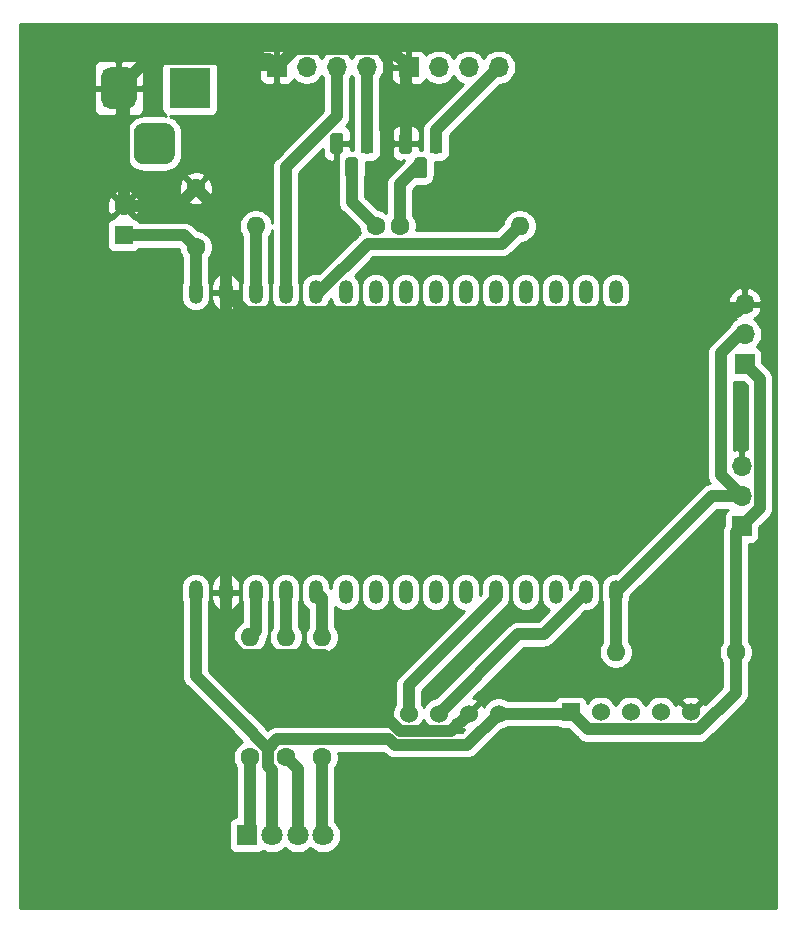
<source format=gbr>
%TF.GenerationSoftware,KiCad,Pcbnew,(5.1.9)-1*%
%TF.CreationDate,2021-07-15T08:49:35+03:00*%
%TF.ProjectId,SmartAirExchanger,536d6172-7441-4697-9245-786368616e67,rev?*%
%TF.SameCoordinates,PX6d01460PY68290a0*%
%TF.FileFunction,Copper,L2,Bot*%
%TF.FilePolarity,Positive*%
%FSLAX46Y46*%
G04 Gerber Fmt 4.6, Leading zero omitted, Abs format (unit mm)*
G04 Created by KiCad (PCBNEW (5.1.9)-1) date 2021-07-15 08:49:35*
%MOMM*%
%LPD*%
G01*
G04 APERTURE LIST*
%TA.AperFunction,ComponentPad*%
%ADD10C,1.524000*%
%TD*%
%TA.AperFunction,ComponentPad*%
%ADD11C,1.600000*%
%TD*%
%TA.AperFunction,ComponentPad*%
%ADD12R,1.600000X1.600000*%
%TD*%
%TA.AperFunction,ComponentPad*%
%ADD13R,3.500000X3.500000*%
%TD*%
%TA.AperFunction,ComponentPad*%
%ADD14O,1.700000X1.700000*%
%TD*%
%TA.AperFunction,ComponentPad*%
%ADD15R,1.700000X1.700000*%
%TD*%
%TA.AperFunction,ComponentPad*%
%ADD16R,1.100000X1.800000*%
%TD*%
%TA.AperFunction,ComponentPad*%
%ADD17O,1.600000X1.600000*%
%TD*%
%TA.AperFunction,ComponentPad*%
%ADD18O,1.200000X2.000000*%
%TD*%
%TA.AperFunction,ComponentPad*%
%ADD19R,1.524000X1.524000*%
%TD*%
%TA.AperFunction,ComponentPad*%
%ADD20R,1.800000X1.800000*%
%TD*%
%TA.AperFunction,ComponentPad*%
%ADD21C,1.800000*%
%TD*%
%TA.AperFunction,Conductor*%
%ADD22C,1.000000*%
%TD*%
%TA.AperFunction,Conductor*%
%ADD23C,0.254000*%
%TD*%
%TA.AperFunction,Conductor*%
%ADD24C,0.100000*%
%TD*%
G04 APERTURE END LIST*
D10*
%TO.P,J2,4*%
%TO.N,/SCL*%
X33528000Y17152000D03*
%TO.P,J2,3*%
%TO.N,/SDA*%
X36068000Y17152000D03*
%TO.P,J2,2*%
%TO.N,GND*%
X38608000Y17152000D03*
%TO.P,J2,1*%
%TO.N,+3V3*%
X41148000Y17152000D03*
%TD*%
D11*
%TO.P,C1,1*%
%TO.N,+12V*%
X15494000Y56642000D03*
%TO.P,C1,2*%
%TO.N,GND*%
X15494000Y61642000D03*
%TD*%
D12*
%TO.P,C2,1*%
%TO.N,+12V*%
X9398000Y57658000D03*
D11*
%TO.P,C2,2*%
%TO.N,GND*%
X9398000Y60158000D03*
%TD*%
D13*
%TO.P,J1,1*%
%TO.N,+12V*%
X14986000Y70104000D03*
%TO.P,J1,2*%
%TO.N,GND*%
%TA.AperFunction,ComponentPad*%
G36*
G01*
X7486000Y69104000D02*
X7486000Y71104000D01*
G75*
G02*
X8236000Y71854000I750000J0D01*
G01*
X9736000Y71854000D01*
G75*
G02*
X10486000Y71104000I0J-750000D01*
G01*
X10486000Y69104000D01*
G75*
G02*
X9736000Y68354000I-750000J0D01*
G01*
X8236000Y68354000D01*
G75*
G02*
X7486000Y69104000I0J750000D01*
G01*
G37*
%TD.AperFunction*%
%TO.P,J1,3*%
%TO.N,Net-(J1-Pad3)*%
%TA.AperFunction,ComponentPad*%
G36*
G01*
X10236000Y64529000D02*
X10236000Y66279000D01*
G75*
G02*
X11111000Y67154000I875000J0D01*
G01*
X12861000Y67154000D01*
G75*
G02*
X13736000Y66279000I0J-875000D01*
G01*
X13736000Y64529000D01*
G75*
G02*
X12861000Y63654000I-875000J0D01*
G01*
X11111000Y63654000D01*
G75*
G02*
X10236000Y64529000I0J875000D01*
G01*
G37*
%TD.AperFunction*%
%TD*%
D14*
%TO.P,J3,3*%
%TO.N,GND*%
X61976000Y51816000D03*
%TO.P,J3,2*%
%TO.N,Net-(J3-Pad2)*%
X61976000Y49276000D03*
D15*
%TO.P,J3,1*%
%TO.N,+3V3*%
X61976000Y46736000D03*
%TD*%
%TO.P,J4,1*%
%TO.N,+3V3*%
X61722000Y33020000D03*
D14*
%TO.P,J4,2*%
%TO.N,Net-(J3-Pad2)*%
X61722000Y35560000D03*
%TO.P,J4,3*%
%TO.N,GND*%
X61722000Y38100000D03*
%TD*%
%TO.P,Q1,2*%
%TO.N,Net-(Q1-Pad2)*%
%TA.AperFunction,ComponentPad*%
G36*
G01*
X29252000Y63979000D02*
X29252000Y62729000D01*
G75*
G02*
X28977000Y62454000I-275000J0D01*
G01*
X28427000Y62454000D01*
G75*
G02*
X28152000Y62729000I0J275000D01*
G01*
X28152000Y63979000D01*
G75*
G02*
X28427000Y64254000I275000J0D01*
G01*
X28977000Y64254000D01*
G75*
G02*
X29252000Y63979000I0J-275000D01*
G01*
G37*
%TD.AperFunction*%
%TO.P,Q1,3*%
%TO.N,GND*%
%TA.AperFunction,ComponentPad*%
G36*
G01*
X27982000Y66049000D02*
X27982000Y64799000D01*
G75*
G02*
X27707000Y64524000I-275000J0D01*
G01*
X27157000Y64524000D01*
G75*
G02*
X26882000Y64799000I0J275000D01*
G01*
X26882000Y66049000D01*
G75*
G02*
X27157000Y66324000I275000J0D01*
G01*
X27707000Y66324000D01*
G75*
G02*
X27982000Y66049000I0J-275000D01*
G01*
G37*
%TD.AperFunction*%
D16*
%TO.P,Q1,1*%
%TO.N,Net-(J6-Pad4)*%
X29972000Y65424000D03*
%TD*%
%TO.P,Q2,1*%
%TO.N,Net-(J7-Pad4)*%
X35814000Y65424000D03*
%TO.P,Q2,3*%
%TO.N,GND*%
%TA.AperFunction,ComponentPad*%
G36*
G01*
X33824000Y66049000D02*
X33824000Y64799000D01*
G75*
G02*
X33549000Y64524000I-275000J0D01*
G01*
X32999000Y64524000D01*
G75*
G02*
X32724000Y64799000I0J275000D01*
G01*
X32724000Y66049000D01*
G75*
G02*
X32999000Y66324000I275000J0D01*
G01*
X33549000Y66324000D01*
G75*
G02*
X33824000Y66049000I0J-275000D01*
G01*
G37*
%TD.AperFunction*%
%TO.P,Q2,2*%
%TO.N,Net-(Q2-Pad2)*%
%TA.AperFunction,ComponentPad*%
G36*
G01*
X35094000Y63979000D02*
X35094000Y62729000D01*
G75*
G02*
X34819000Y62454000I-275000J0D01*
G01*
X34269000Y62454000D01*
G75*
G02*
X33994000Y62729000I0J275000D01*
G01*
X33994000Y63979000D01*
G75*
G02*
X34269000Y64254000I275000J0D01*
G01*
X34819000Y64254000D01*
G75*
G02*
X35094000Y63979000I0J-275000D01*
G01*
G37*
%TD.AperFunction*%
%TD*%
D11*
%TO.P,R1,1*%
%TO.N,Net-(Q1-Pad2)*%
X30734000Y58420000D03*
D17*
%TO.P,R1,2*%
%TO.N,Net-(R1-Pad2)*%
X20574000Y58420000D03*
%TD*%
%TO.P,R2,2*%
%TO.N,Net-(R2-Pad2)*%
X42926000Y58420000D03*
D11*
%TO.P,R2,1*%
%TO.N,Net-(Q2-Pad2)*%
X32766000Y58420000D03*
%TD*%
%TO.P,R3,1*%
%TO.N,+3V3*%
X61214000Y22352000D03*
D17*
%TO.P,R3,2*%
%TO.N,Net-(J3-Pad2)*%
X51054000Y22352000D03*
%TD*%
%TO.P,R4,2*%
%TO.N,Net-(R4-Pad2)*%
X20066000Y23622000D03*
D11*
%TO.P,R4,1*%
%TO.N,Net-(D1-Pad1)*%
X20066000Y13462000D03*
%TD*%
%TO.P,R5,1*%
%TO.N,Net-(D1-Pad3)*%
X23114000Y13462000D03*
D17*
%TO.P,R5,2*%
%TO.N,Net-(R5-Pad2)*%
X23114000Y23622000D03*
%TD*%
%TO.P,R6,2*%
%TO.N,Net-(R6-Pad2)*%
X26162000Y23622000D03*
D11*
%TO.P,R6,1*%
%TO.N,Net-(D1-Pad4)*%
X26162000Y13462000D03*
%TD*%
D18*
%TO.P,U1,5*%
%TO.N,Net-(R6-Pad2)*%
X25654000Y27432000D03*
%TO.P,U1,15*%
%TO.N,Net-(J3-Pad2)*%
X51054000Y27432000D03*
%TO.P,U1,16*%
%TO.N,Net-(U1-Pad16)*%
X51054000Y52832000D03*
%TO.P,U1,11*%
%TO.N,/SCL*%
X40894000Y27432000D03*
%TO.P,U1,4*%
%TO.N,Net-(R5-Pad2)*%
X23114000Y27432000D03*
%TO.P,U1,27*%
%TO.N,Net-(J6-Pad3)*%
X23114000Y52832000D03*
%TO.P,U1,3*%
%TO.N,Net-(R4-Pad2)*%
X20574000Y27432000D03*
%TO.P,U1,29*%
%TO.N,GND*%
X18034000Y52832000D03*
%TO.P,U1,24*%
%TO.N,Net-(U1-Pad24)*%
X30734000Y52832000D03*
%TO.P,U1,19*%
%TO.N,Net-(U1-Pad19)*%
X43434000Y52832000D03*
%TO.P,U1,6*%
%TO.N,Net-(U1-Pad6)*%
X28194000Y27432000D03*
%TO.P,U1,12*%
%TO.N,Net-(U1-Pad12)*%
X43434000Y27432000D03*
%TO.P,U1,2*%
%TO.N,GND*%
X18034000Y27432000D03*
%TO.P,U1,20*%
%TO.N,Net-(U1-Pad20)*%
X40894000Y52832000D03*
%TO.P,U1,9*%
%TO.N,Net-(U1-Pad9)*%
X35814000Y27432000D03*
%TO.P,U1,21*%
%TO.N,Net-(U1-Pad21)*%
X38354000Y52832000D03*
%TO.P,U1,10*%
%TO.N,Net-(U1-Pad10)*%
X38354000Y27432000D03*
%TO.P,U1,7*%
%TO.N,Net-(U1-Pad7)*%
X30734000Y27432000D03*
%TO.P,U1,17*%
%TO.N,Net-(U1-Pad17)*%
X48514000Y52832000D03*
%TO.P,U1,22*%
%TO.N,Net-(U1-Pad22)*%
X35814000Y52832000D03*
%TO.P,U1,18*%
%TO.N,Net-(U1-Pad18)*%
X45974000Y52832000D03*
%TO.P,U1,30*%
%TO.N,+12V*%
X15494000Y52832000D03*
%TO.P,U1,8*%
%TO.N,Net-(U1-Pad8)*%
X33274000Y27432000D03*
%TO.P,U1,25*%
%TO.N,Net-(J7-Pad3)*%
X28194000Y52832000D03*
%TO.P,U1,13*%
%TO.N,Net-(U1-Pad13)*%
X45974000Y27432000D03*
%TO.P,U1,23*%
%TO.N,Net-(U1-Pad23)*%
X33274000Y52832000D03*
%TO.P,U1,14*%
%TO.N,/SDA*%
X48514000Y27432000D03*
%TO.P,U1,26*%
%TO.N,Net-(R2-Pad2)*%
X25654000Y52832000D03*
%TO.P,U1,28*%
%TO.N,Net-(R1-Pad2)*%
X20574000Y52832000D03*
%TO.P,U1,1*%
%TO.N,+3V3*%
X15494000Y27432000D03*
%TD*%
D14*
%TO.P,J6,4*%
%TO.N,Net-(J6-Pad4)*%
X29972000Y71882000D03*
%TO.P,J6,3*%
%TO.N,Net-(J6-Pad3)*%
X27432000Y71882000D03*
%TO.P,J6,2*%
%TO.N,+12V*%
X24892000Y71882000D03*
D15*
%TO.P,J6,1*%
%TO.N,GND*%
X22352000Y71882000D03*
%TD*%
%TO.P,J7,1*%
%TO.N,GND*%
X33528000Y71882000D03*
D14*
%TO.P,J7,2*%
%TO.N,+12V*%
X36068000Y71882000D03*
%TO.P,J7,3*%
%TO.N,Net-(J7-Pad3)*%
X38608000Y71882000D03*
%TO.P,J7,4*%
%TO.N,Net-(J7-Pad4)*%
X41148000Y71882000D03*
%TD*%
D19*
%TO.P,J5,1*%
%TO.N,+3V3*%
X47244000Y17272000D03*
D10*
%TO.P,J5,2*%
%TO.N,/SDA*%
X49784000Y17272000D03*
%TO.P,J5,3*%
%TO.N,/SCL*%
X52324000Y17272000D03*
%TO.P,J5,4*%
%TO.N,Net-(J5-Pad4)*%
X54864000Y17272000D03*
%TO.P,J5,5*%
%TO.N,GND*%
X57404000Y17272000D03*
%TD*%
D20*
%TO.P,D1,1*%
%TO.N,Net-(D1-Pad1)*%
X19812000Y6858000D03*
D21*
%TO.P,D1,2*%
%TO.N,+3V3*%
X21971000Y6858000D03*
%TO.P,D1,3*%
%TO.N,Net-(D1-Pad3)*%
X24130000Y6858000D03*
%TO.P,D1,4*%
%TO.N,Net-(D1-Pad4)*%
X26289000Y6858000D03*
%TD*%
D22*
%TO.N,+12V*%
X14478000Y57658000D02*
X15494000Y56642000D01*
X9398000Y57658000D02*
X14478000Y57658000D01*
X15494000Y56642000D02*
X15494000Y52832000D01*
%TO.N,GND*%
X21679999Y72554001D02*
X22352000Y71882000D01*
X11436001Y72554001D02*
X21679999Y72554001D01*
X8986000Y70104000D02*
X11436001Y72554001D01*
X22352000Y71882000D02*
X23876000Y73406000D01*
X31977999Y73432001D02*
X33528000Y71882000D01*
X24147999Y73432001D02*
X31977999Y73432001D01*
X24121998Y73406000D02*
X24147999Y73432001D01*
X23876000Y73406000D02*
X24121998Y73406000D01*
X9398000Y69692000D02*
X8986000Y70104000D01*
X9398000Y60158000D02*
X9398000Y69692000D01*
X14010000Y60158000D02*
X15494000Y61642000D01*
X9398000Y60158000D02*
X14010000Y60158000D01*
X18034000Y59102000D02*
X18034000Y52832000D01*
X15494000Y61642000D02*
X18034000Y59102000D01*
X33274000Y71628000D02*
X33528000Y71882000D01*
X33274000Y65024000D02*
X33274000Y71628000D01*
X18034000Y52832000D02*
X18034000Y27432000D01*
X32826239Y15689999D02*
X37145999Y15689999D01*
X26394239Y22121999D02*
X32826239Y15689999D01*
X19345999Y22121999D02*
X26394239Y22121999D01*
X37145999Y15689999D02*
X38608000Y17152000D01*
X18034000Y27432000D02*
X18034000Y23433998D01*
X18034000Y23433998D02*
X19345999Y22121999D01*
X61291990Y51131990D02*
X61976000Y51816000D01*
X19734010Y51131990D02*
X61291990Y51131990D01*
X18034000Y52832000D02*
X19734010Y51131990D01*
%TO.N,Net-(D1-Pad1)*%
X20066000Y7112000D02*
X19812000Y6858000D01*
X20066000Y13462000D02*
X20066000Y7112000D01*
%TO.N,+3V3*%
X15494000Y27432000D02*
X15494000Y20302000D01*
X15494000Y20302000D02*
X19295000Y16501000D01*
X19295000Y16501000D02*
X21613999Y14182001D01*
X21613999Y14182001D02*
X22393999Y14962001D01*
X22393999Y14962001D02*
X31857166Y14962001D01*
X31857166Y14962001D02*
X32329179Y14489988D01*
X32329179Y14489988D02*
X38485988Y14489988D01*
X38485988Y14489988D02*
X41148000Y17152000D01*
X47124000Y17152000D02*
X47244000Y17272000D01*
X41148000Y17152000D02*
X47124000Y17152000D01*
X58105761Y15809999D02*
X61214000Y18918238D01*
X61214000Y18918238D02*
X61214000Y22352000D01*
X48706001Y15809999D02*
X58105761Y15809999D01*
X47244000Y17272000D02*
X48706001Y15809999D01*
X61214000Y32512000D02*
X61722000Y33020000D01*
X61214000Y22352000D02*
X61214000Y32512000D01*
X63272001Y34570001D02*
X61722000Y33020000D01*
X63272001Y45439999D02*
X63272001Y34570001D01*
X61976000Y46736000D02*
X63272001Y45439999D01*
X21971000Y12384998D02*
X21613999Y12741999D01*
X21613999Y12741999D02*
X21613999Y14182001D01*
X21971000Y6858000D02*
X21971000Y12384998D01*
%TO.N,Net-(D1-Pad3)*%
X24130000Y12446000D02*
X24130000Y6858000D01*
X23114000Y13462000D02*
X24130000Y12446000D01*
%TO.N,Net-(D1-Pad4)*%
X26162000Y6985000D02*
X26289000Y6858000D01*
X26162000Y13462000D02*
X26162000Y6985000D01*
%TO.N,/SDA*%
X36068000Y17152000D02*
X42792000Y23876000D01*
X44958000Y23876000D02*
X48514000Y27432000D01*
X42792000Y23876000D02*
X44958000Y23876000D01*
%TO.N,/SCL*%
X33528000Y17152000D02*
X33528000Y19558000D01*
X40894000Y26924000D02*
X40894000Y27432000D01*
X33528000Y19558000D02*
X40894000Y26924000D01*
%TO.N,Net-(J3-Pad2)*%
X51054000Y22352000D02*
X51054000Y27432000D01*
X59182000Y35560000D02*
X61722000Y35560000D01*
X51054000Y27432000D02*
X59182000Y35560000D01*
X61722000Y35560000D02*
X59944000Y37338000D01*
X61555998Y49276000D02*
X61976000Y49276000D01*
X59944000Y47664002D02*
X61555998Y49276000D01*
X59944000Y37338000D02*
X59944000Y47664002D01*
%TO.N,Net-(J6-Pad4)*%
X29972000Y65024000D02*
X29972000Y71882000D01*
%TO.N,Net-(J6-Pad3)*%
X27432000Y67702874D02*
X27432000Y71882000D01*
X23114000Y63384874D02*
X27432000Y67702874D01*
X23114000Y52832000D02*
X23114000Y63384874D01*
%TO.N,Net-(J7-Pad4)*%
X35814000Y66548000D02*
X41148000Y71882000D01*
X35814000Y65024000D02*
X35814000Y66548000D01*
%TO.N,Net-(Q1-Pad2)*%
X28702000Y60452000D02*
X30734000Y58420000D01*
X28702000Y63754000D02*
X28702000Y60452000D01*
%TO.N,Net-(Q2-Pad2)*%
X32766000Y61976000D02*
X34544000Y63754000D01*
X32766000Y58420000D02*
X32766000Y61976000D01*
%TO.N,Net-(R1-Pad2)*%
X20574000Y58420000D02*
X20574000Y52832000D01*
%TO.N,Net-(R2-Pad2)*%
X30043508Y56919999D02*
X41425999Y56919999D01*
X25955509Y52832000D02*
X30043508Y56919999D01*
X41425999Y56919999D02*
X42926000Y58420000D01*
X25654000Y52832000D02*
X25955509Y52832000D01*
%TO.N,Net-(R4-Pad2)*%
X20574000Y24130000D02*
X20066000Y23622000D01*
X20574000Y27432000D02*
X20574000Y24130000D01*
%TO.N,Net-(R5-Pad2)*%
X23114000Y27432000D02*
X23114000Y23622000D01*
%TO.N,Net-(R6-Pad2)*%
X26162000Y26924000D02*
X25654000Y27432000D01*
X26162000Y23622000D02*
X26162000Y26924000D01*
%TD*%
D23*
%TO.N,GND*%
X64618000Y660000D02*
X660000Y660000D01*
X660000Y27892664D01*
X14259000Y27892664D01*
X14259000Y26971335D01*
X14276870Y26789898D01*
X14347489Y26557099D01*
X14359000Y26535563D01*
X14359001Y20357761D01*
X14353509Y20302000D01*
X14375423Y20079502D01*
X14440324Y19865554D01*
X14489384Y19773770D01*
X14545717Y19668377D01*
X14687552Y19495551D01*
X14730860Y19460009D01*
X18531856Y15659012D01*
X18531861Y15659008D01*
X19436418Y14754451D01*
X19386273Y14733680D01*
X19151241Y14576637D01*
X18951363Y14376759D01*
X18794320Y14141727D01*
X18686147Y13880574D01*
X18631000Y13603335D01*
X18631000Y13320665D01*
X18686147Y13043426D01*
X18794320Y12782273D01*
X18931000Y12577716D01*
X18931001Y8396072D01*
X18912000Y8396072D01*
X18787518Y8383812D01*
X18667820Y8347502D01*
X18557506Y8288537D01*
X18460815Y8209185D01*
X18381463Y8112494D01*
X18322498Y8002180D01*
X18286188Y7882482D01*
X18273928Y7758000D01*
X18273928Y5958000D01*
X18286188Y5833518D01*
X18322498Y5713820D01*
X18381463Y5603506D01*
X18460815Y5506815D01*
X18557506Y5427463D01*
X18667820Y5368498D01*
X18787518Y5332188D01*
X18912000Y5319928D01*
X20712000Y5319928D01*
X20836482Y5332188D01*
X20956180Y5368498D01*
X21066494Y5427463D01*
X21163185Y5506815D01*
X21186942Y5535763D01*
X21243905Y5497701D01*
X21523257Y5381989D01*
X21819816Y5323000D01*
X22122184Y5323000D01*
X22418743Y5381989D01*
X22698095Y5497701D01*
X22949505Y5665688D01*
X23050500Y5766683D01*
X23151495Y5665688D01*
X23402905Y5497701D01*
X23682257Y5381989D01*
X23978816Y5323000D01*
X24281184Y5323000D01*
X24577743Y5381989D01*
X24857095Y5497701D01*
X25108505Y5665688D01*
X25209500Y5766683D01*
X25310495Y5665688D01*
X25561905Y5497701D01*
X25841257Y5381989D01*
X26137816Y5323000D01*
X26440184Y5323000D01*
X26736743Y5381989D01*
X27016095Y5497701D01*
X27267505Y5665688D01*
X27481312Y5879495D01*
X27649299Y6130905D01*
X27765011Y6410257D01*
X27824000Y6706816D01*
X27824000Y7009184D01*
X27765011Y7305743D01*
X27649299Y7585095D01*
X27481312Y7836505D01*
X27297000Y8020817D01*
X27297000Y12577716D01*
X27433680Y12782273D01*
X27541853Y13043426D01*
X27597000Y13320665D01*
X27597000Y13603335D01*
X27552509Y13827001D01*
X31387035Y13827001D01*
X31487183Y13726853D01*
X31522730Y13683539D01*
X31695556Y13541704D01*
X31892732Y13436312D01*
X32031279Y13394284D01*
X32106679Y13371411D01*
X32127672Y13369344D01*
X32273427Y13354988D01*
X32273434Y13354988D01*
X32329178Y13349498D01*
X32384922Y13354988D01*
X38430237Y13354988D01*
X38485988Y13349497D01*
X38541739Y13354988D01*
X38541740Y13354988D01*
X38708487Y13371411D01*
X38922435Y13436312D01*
X39119611Y13541704D01*
X39292437Y13683539D01*
X39327984Y13726853D01*
X41373647Y15772515D01*
X41555490Y15808686D01*
X41809727Y15913995D01*
X41963884Y16017000D01*
X46081767Y16017000D01*
X46127506Y15979463D01*
X46237820Y15920498D01*
X46357518Y15884188D01*
X46482000Y15871928D01*
X47038940Y15871928D01*
X47864014Y15046853D01*
X47899552Y15003550D01*
X47942855Y14968012D01*
X47942857Y14968010D01*
X48072378Y14861715D01*
X48269554Y14756323D01*
X48483502Y14691422D01*
X48706001Y14669508D01*
X48761753Y14674999D01*
X58050010Y14674999D01*
X58105761Y14669508D01*
X58161512Y14674999D01*
X58161513Y14674999D01*
X58328260Y14691422D01*
X58542208Y14756323D01*
X58739384Y14861715D01*
X58912210Y15003550D01*
X58947757Y15046864D01*
X61977141Y18076247D01*
X62020449Y18111789D01*
X62162284Y18284615D01*
X62267676Y18481791D01*
X62332577Y18695739D01*
X62349000Y18862486D01*
X62349000Y18862487D01*
X62354491Y18918238D01*
X62349000Y18973990D01*
X62349000Y21467716D01*
X62485680Y21672273D01*
X62593853Y21933426D01*
X62649000Y22210665D01*
X62649000Y22493335D01*
X62593853Y22770574D01*
X62485680Y23031727D01*
X62349000Y23236284D01*
X62349000Y31531928D01*
X62572000Y31531928D01*
X62696482Y31544188D01*
X62816180Y31580498D01*
X62926494Y31639463D01*
X63023185Y31718815D01*
X63102537Y31815506D01*
X63161502Y31925820D01*
X63197812Y32045518D01*
X63210072Y32170000D01*
X63210072Y32902941D01*
X64035141Y33728010D01*
X64078450Y33763552D01*
X64220285Y33936378D01*
X64325677Y34133554D01*
X64390578Y34347502D01*
X64407001Y34514249D01*
X64407001Y34514258D01*
X64412491Y34570000D01*
X64407001Y34625742D01*
X64407001Y45384256D01*
X64412491Y45440000D01*
X64407001Y45495744D01*
X64407001Y45495751D01*
X64390578Y45662498D01*
X64325677Y45876446D01*
X64220285Y46073622D01*
X64078450Y46246448D01*
X64035141Y46281991D01*
X63464072Y46853060D01*
X63464072Y47586000D01*
X63451812Y47710482D01*
X63415502Y47830180D01*
X63356537Y47940494D01*
X63277185Y48037185D01*
X63180494Y48116537D01*
X63070180Y48175502D01*
X62997620Y48197513D01*
X63129475Y48329368D01*
X63291990Y48572589D01*
X63403932Y48842842D01*
X63461000Y49129740D01*
X63461000Y49422260D01*
X63403932Y49709158D01*
X63291990Y49979411D01*
X63129475Y50222632D01*
X62922632Y50429475D01*
X62740466Y50551195D01*
X62857355Y50620822D01*
X63073588Y50815731D01*
X63247641Y51049080D01*
X63372825Y51311901D01*
X63417476Y51459110D01*
X63296155Y51689000D01*
X62103000Y51689000D01*
X62103000Y51669000D01*
X61849000Y51669000D01*
X61849000Y51689000D01*
X60655845Y51689000D01*
X60534524Y51459110D01*
X60579175Y51311901D01*
X60704359Y51049080D01*
X60878412Y50815731D01*
X61094645Y50620822D01*
X61211534Y50551195D01*
X61029368Y50429475D01*
X60822525Y50222632D01*
X60671554Y49996688D01*
X59180860Y48505993D01*
X59137552Y48470451D01*
X58995717Y48297625D01*
X58955468Y48222324D01*
X58890324Y48100448D01*
X58825423Y47886500D01*
X58803509Y47664002D01*
X58809001Y47608241D01*
X58809000Y37393752D01*
X58803509Y37338000D01*
X58809000Y37282249D01*
X58825423Y37115502D01*
X58890324Y36901554D01*
X58995716Y36704377D01*
X59012598Y36683807D01*
X58959501Y36678577D01*
X58745553Y36613676D01*
X58548377Y36508284D01*
X58375551Y36366449D01*
X58340009Y36323141D01*
X51086630Y29069761D01*
X51054000Y29072975D01*
X50811898Y29049130D01*
X50579099Y28978511D01*
X50364551Y28863833D01*
X50176498Y28709502D01*
X50022167Y28521448D01*
X49907489Y28306900D01*
X49836870Y28074101D01*
X49819000Y27892664D01*
X49819000Y26971335D01*
X49836870Y26789898D01*
X49907489Y26557099D01*
X49919001Y26535562D01*
X49919000Y23236284D01*
X49782320Y23031727D01*
X49674147Y22770574D01*
X49619000Y22493335D01*
X49619000Y22210665D01*
X49674147Y21933426D01*
X49782320Y21672273D01*
X49939363Y21437241D01*
X50139241Y21237363D01*
X50374273Y21080320D01*
X50635426Y20972147D01*
X50912665Y20917000D01*
X51195335Y20917000D01*
X51472574Y20972147D01*
X51733727Y21080320D01*
X51968759Y21237363D01*
X52168637Y21437241D01*
X52325680Y21672273D01*
X52433853Y21933426D01*
X52489000Y22210665D01*
X52489000Y22493335D01*
X52433853Y22770574D01*
X52325680Y23031727D01*
X52189000Y23236284D01*
X52189000Y26535563D01*
X52200511Y26557099D01*
X52271130Y26789899D01*
X52289000Y26971336D01*
X52289000Y27061869D01*
X59652132Y34425000D01*
X60563272Y34425000D01*
X60517506Y34400537D01*
X60420815Y34321185D01*
X60341463Y34224494D01*
X60282498Y34114180D01*
X60246188Y33994482D01*
X60233928Y33870000D01*
X60233928Y33086150D01*
X60209384Y33040230D01*
X60160324Y32948446D01*
X60095423Y32734498D01*
X60073509Y32512000D01*
X60079001Y32456239D01*
X60079000Y23236284D01*
X59942320Y23031727D01*
X59834147Y22770574D01*
X59779000Y22493335D01*
X59779000Y22210665D01*
X59834147Y21933426D01*
X59942320Y21672273D01*
X60079001Y21467715D01*
X60079000Y19388370D01*
X58634720Y17944089D01*
X58609656Y17990980D01*
X58369565Y18057960D01*
X57583605Y17272000D01*
X57597748Y17257857D01*
X57418143Y17078252D01*
X57404000Y17092395D01*
X57389858Y17078252D01*
X57210253Y17257857D01*
X57224395Y17272000D01*
X56438435Y18057960D01*
X56198344Y17990980D01*
X56134515Y17855240D01*
X56102005Y17933727D01*
X55949120Y18162535D01*
X55874090Y18237565D01*
X56618040Y18237565D01*
X57404000Y17451605D01*
X58189960Y18237565D01*
X58122980Y18477656D01*
X57873952Y18594756D01*
X57606865Y18661023D01*
X57331983Y18673910D01*
X57059867Y18632922D01*
X56800977Y18539636D01*
X56685020Y18477656D01*
X56618040Y18237565D01*
X55874090Y18237565D01*
X55754535Y18357120D01*
X55525727Y18510005D01*
X55271490Y18615314D01*
X55001592Y18669000D01*
X54726408Y18669000D01*
X54456510Y18615314D01*
X54202273Y18510005D01*
X53973465Y18357120D01*
X53778880Y18162535D01*
X53625995Y17933727D01*
X53594000Y17856485D01*
X53562005Y17933727D01*
X53409120Y18162535D01*
X53214535Y18357120D01*
X52985727Y18510005D01*
X52731490Y18615314D01*
X52461592Y18669000D01*
X52186408Y18669000D01*
X51916510Y18615314D01*
X51662273Y18510005D01*
X51433465Y18357120D01*
X51238880Y18162535D01*
X51085995Y17933727D01*
X51054000Y17856485D01*
X51022005Y17933727D01*
X50869120Y18162535D01*
X50674535Y18357120D01*
X50445727Y18510005D01*
X50191490Y18615314D01*
X49921592Y18669000D01*
X49646408Y18669000D01*
X49376510Y18615314D01*
X49122273Y18510005D01*
X48893465Y18357120D01*
X48698880Y18162535D01*
X48640080Y18074535D01*
X48631812Y18158482D01*
X48595502Y18278180D01*
X48536537Y18388494D01*
X48457185Y18485185D01*
X48360494Y18564537D01*
X48250180Y18623502D01*
X48130482Y18659812D01*
X48006000Y18672072D01*
X46482000Y18672072D01*
X46357518Y18659812D01*
X46237820Y18623502D01*
X46127506Y18564537D01*
X46030815Y18485185D01*
X45951463Y18388494D01*
X45897212Y18287000D01*
X41963884Y18287000D01*
X41809727Y18390005D01*
X41555490Y18495314D01*
X41285592Y18549000D01*
X41010408Y18549000D01*
X40740510Y18495314D01*
X40486273Y18390005D01*
X40257465Y18237120D01*
X40062880Y18042535D01*
X39909995Y17813727D01*
X39880308Y17742057D01*
X39875636Y17755023D01*
X39813656Y17870980D01*
X39573565Y17937960D01*
X38787605Y17152000D01*
X38801748Y17137857D01*
X38622143Y16958252D01*
X38608000Y16972395D01*
X37822040Y16186435D01*
X37889020Y15946344D01*
X38138048Y15829244D01*
X38203799Y15812930D01*
X38015857Y15624988D01*
X32799310Y15624988D01*
X32699162Y15725136D01*
X32663615Y15768450D01*
X32490789Y15910285D01*
X32293613Y16015677D01*
X32079665Y16080578D01*
X31912918Y16097001D01*
X31912917Y16097001D01*
X31857166Y16102492D01*
X31801415Y16097001D01*
X22449751Y16097001D01*
X22393999Y16102492D01*
X22171500Y16080578D01*
X21957552Y16015677D01*
X21760376Y15910285D01*
X21630855Y15803990D01*
X21630854Y15803989D01*
X21612338Y15788793D01*
X20136992Y17264139D01*
X20136988Y17264144D01*
X20111540Y17289592D01*
X32131000Y17289592D01*
X32131000Y17014408D01*
X32184686Y16744510D01*
X32289995Y16490273D01*
X32442880Y16261465D01*
X32637465Y16066880D01*
X32866273Y15913995D01*
X33120510Y15808686D01*
X33390408Y15755000D01*
X33665592Y15755000D01*
X33935490Y15808686D01*
X34189727Y15913995D01*
X34418535Y16066880D01*
X34613120Y16261465D01*
X34766005Y16490273D01*
X34798000Y16567515D01*
X34829995Y16490273D01*
X34982880Y16261465D01*
X35177465Y16066880D01*
X35406273Y15913995D01*
X35660510Y15808686D01*
X35930408Y15755000D01*
X36205592Y15755000D01*
X36475490Y15808686D01*
X36729727Y15913995D01*
X36958535Y16066880D01*
X37153120Y16261465D01*
X37306005Y16490273D01*
X37335692Y16561943D01*
X37340364Y16548977D01*
X37402344Y16433020D01*
X37642435Y16366040D01*
X38428395Y17152000D01*
X38414253Y17166142D01*
X38593858Y17345747D01*
X38608000Y17331605D01*
X39393960Y18117565D01*
X39326980Y18357656D01*
X39077952Y18474756D01*
X39012201Y18491070D01*
X43262132Y22741000D01*
X44902249Y22741000D01*
X44958000Y22735509D01*
X45013751Y22741000D01*
X45013752Y22741000D01*
X45180499Y22757423D01*
X45394447Y22822324D01*
X45591623Y22927716D01*
X45764449Y23069551D01*
X45799996Y23112865D01*
X48481371Y25794239D01*
X48514000Y25791025D01*
X48756102Y25814870D01*
X48988901Y25885489D01*
X49203449Y26000167D01*
X49391502Y26154498D01*
X49545833Y26342551D01*
X49660511Y26557099D01*
X49731130Y26789899D01*
X49749000Y26971336D01*
X49749000Y27892665D01*
X49731130Y28074102D01*
X49660511Y28306901D01*
X49545833Y28521449D01*
X49391502Y28709502D01*
X49203448Y28863833D01*
X48988900Y28978511D01*
X48756101Y29049130D01*
X48514000Y29072975D01*
X48271898Y29049130D01*
X48039099Y28978511D01*
X47824551Y28863833D01*
X47636498Y28709502D01*
X47482167Y28521448D01*
X47367489Y28306900D01*
X47296870Y28074101D01*
X47279000Y27892664D01*
X47279000Y27802132D01*
X47209000Y27732132D01*
X47209000Y27892665D01*
X47191130Y28074102D01*
X47120511Y28306901D01*
X47005833Y28521449D01*
X46851502Y28709502D01*
X46663448Y28863833D01*
X46448900Y28978511D01*
X46216101Y29049130D01*
X45974000Y29072975D01*
X45731898Y29049130D01*
X45499099Y28978511D01*
X45284551Y28863833D01*
X45096498Y28709502D01*
X44942167Y28521448D01*
X44827489Y28306900D01*
X44756870Y28074101D01*
X44739000Y27892664D01*
X44739000Y26971335D01*
X44756870Y26789898D01*
X44827489Y26557099D01*
X44942168Y26342551D01*
X45096499Y26154498D01*
X45284552Y26000167D01*
X45409989Y25933120D01*
X44487869Y25011000D01*
X42847751Y25011000D01*
X42792000Y25016491D01*
X42736248Y25011000D01*
X42569501Y24994577D01*
X42355553Y24929676D01*
X42158377Y24824284D01*
X41985551Y24682449D01*
X41950011Y24639143D01*
X35842354Y18531485D01*
X35660510Y18495314D01*
X35406273Y18390005D01*
X35177465Y18237120D01*
X34982880Y18042535D01*
X34829995Y17813727D01*
X34798000Y17736485D01*
X34766005Y17813727D01*
X34663000Y17967884D01*
X34663000Y19087869D01*
X41565941Y25990809D01*
X41583449Y26000167D01*
X41771502Y26154498D01*
X41925833Y26342551D01*
X42040511Y26557099D01*
X42111130Y26789899D01*
X42129000Y26971336D01*
X42129000Y27892664D01*
X42199000Y27892664D01*
X42199000Y26971335D01*
X42216870Y26789898D01*
X42287489Y26557099D01*
X42402168Y26342551D01*
X42556499Y26154498D01*
X42744552Y26000167D01*
X42959100Y25885489D01*
X43191899Y25814870D01*
X43434000Y25791025D01*
X43676102Y25814870D01*
X43908901Y25885489D01*
X44123449Y26000167D01*
X44311502Y26154498D01*
X44465833Y26342551D01*
X44580511Y26557099D01*
X44651130Y26789899D01*
X44669000Y26971336D01*
X44669000Y27892665D01*
X44651130Y28074102D01*
X44580511Y28306901D01*
X44465833Y28521449D01*
X44311502Y28709502D01*
X44123448Y28863833D01*
X43908900Y28978511D01*
X43676101Y29049130D01*
X43434000Y29072975D01*
X43191898Y29049130D01*
X42959099Y28978511D01*
X42744551Y28863833D01*
X42556498Y28709502D01*
X42402167Y28521448D01*
X42287489Y28306900D01*
X42216870Y28074101D01*
X42199000Y27892664D01*
X42129000Y27892664D01*
X42129000Y27892665D01*
X42111130Y28074102D01*
X42040511Y28306901D01*
X41925833Y28521449D01*
X41771502Y28709502D01*
X41583448Y28863833D01*
X41368900Y28978511D01*
X41136101Y29049130D01*
X40894000Y29072975D01*
X40651898Y29049130D01*
X40419099Y28978511D01*
X40204551Y28863833D01*
X40016498Y28709502D01*
X39862167Y28521448D01*
X39747489Y28306900D01*
X39676870Y28074101D01*
X39659000Y27892664D01*
X39659000Y27294132D01*
X39589000Y27224132D01*
X39589000Y27892665D01*
X39571130Y28074102D01*
X39500511Y28306901D01*
X39385833Y28521449D01*
X39231502Y28709502D01*
X39043448Y28863833D01*
X38828900Y28978511D01*
X38596101Y29049130D01*
X38354000Y29072975D01*
X38111898Y29049130D01*
X37879099Y28978511D01*
X37664551Y28863833D01*
X37476498Y28709502D01*
X37322167Y28521448D01*
X37207489Y28306900D01*
X37136870Y28074101D01*
X37119000Y27892664D01*
X37119000Y26971335D01*
X37136870Y26789898D01*
X37207489Y26557099D01*
X37322168Y26342551D01*
X37476499Y26154498D01*
X37664552Y26000167D01*
X37879100Y25885489D01*
X38111899Y25814870D01*
X38173656Y25808787D01*
X32764860Y20399991D01*
X32721552Y20364449D01*
X32579717Y20191623D01*
X32523384Y20086230D01*
X32474324Y19994446D01*
X32409423Y19780498D01*
X32387509Y19558000D01*
X32393001Y19502239D01*
X32393000Y17967885D01*
X32289995Y17813727D01*
X32184686Y17559490D01*
X32131000Y17289592D01*
X20111540Y17289592D01*
X16629000Y20772131D01*
X16629000Y23763335D01*
X18631000Y23763335D01*
X18631000Y23480665D01*
X18686147Y23203426D01*
X18794320Y22942273D01*
X18951363Y22707241D01*
X19151241Y22507363D01*
X19386273Y22350320D01*
X19647426Y22242147D01*
X19924665Y22187000D01*
X20207335Y22187000D01*
X20484574Y22242147D01*
X20745727Y22350320D01*
X20980759Y22507363D01*
X21180637Y22707241D01*
X21337680Y22942273D01*
X21445853Y23203426D01*
X21498316Y23467172D01*
X21522284Y23496377D01*
X21627676Y23693553D01*
X21648844Y23763335D01*
X21679000Y23763335D01*
X21679000Y23480665D01*
X21734147Y23203426D01*
X21842320Y22942273D01*
X21999363Y22707241D01*
X22199241Y22507363D01*
X22434273Y22350320D01*
X22695426Y22242147D01*
X22972665Y22187000D01*
X23255335Y22187000D01*
X23532574Y22242147D01*
X23793727Y22350320D01*
X24028759Y22507363D01*
X24228637Y22707241D01*
X24385680Y22942273D01*
X24493853Y23203426D01*
X24549000Y23480665D01*
X24549000Y23763335D01*
X24493853Y24040574D01*
X24385680Y24301727D01*
X24249000Y24506284D01*
X24249000Y26535563D01*
X24260511Y26557099D01*
X24331130Y26789899D01*
X24349000Y26971336D01*
X24349000Y27892664D01*
X24419000Y27892664D01*
X24419000Y26971335D01*
X24436870Y26789898D01*
X24507489Y26557099D01*
X24622168Y26342551D01*
X24776499Y26154498D01*
X24964552Y26000167D01*
X25027001Y25966788D01*
X25027000Y24506284D01*
X24890320Y24301727D01*
X24782147Y24040574D01*
X24727000Y23763335D01*
X24727000Y23480665D01*
X24782147Y23203426D01*
X24890320Y22942273D01*
X25047363Y22707241D01*
X25247241Y22507363D01*
X25482273Y22350320D01*
X25743426Y22242147D01*
X26020665Y22187000D01*
X26303335Y22187000D01*
X26580574Y22242147D01*
X26841727Y22350320D01*
X27076759Y22507363D01*
X27276637Y22707241D01*
X27433680Y22942273D01*
X27541853Y23203426D01*
X27597000Y23480665D01*
X27597000Y23763335D01*
X27541853Y24040574D01*
X27433680Y24301727D01*
X27297000Y24506284D01*
X27297000Y26178258D01*
X27316499Y26154498D01*
X27504552Y26000167D01*
X27719100Y25885489D01*
X27951899Y25814870D01*
X28194000Y25791025D01*
X28436102Y25814870D01*
X28668901Y25885489D01*
X28883449Y26000167D01*
X29071502Y26154498D01*
X29225833Y26342551D01*
X29340511Y26557099D01*
X29411130Y26789899D01*
X29429000Y26971336D01*
X29429000Y27892664D01*
X29499000Y27892664D01*
X29499000Y26971335D01*
X29516870Y26789898D01*
X29587489Y26557099D01*
X29702168Y26342551D01*
X29856499Y26154498D01*
X30044552Y26000167D01*
X30259100Y25885489D01*
X30491899Y25814870D01*
X30734000Y25791025D01*
X30976102Y25814870D01*
X31208901Y25885489D01*
X31423449Y26000167D01*
X31611502Y26154498D01*
X31765833Y26342551D01*
X31880511Y26557099D01*
X31951130Y26789899D01*
X31969000Y26971336D01*
X31969000Y27892664D01*
X32039000Y27892664D01*
X32039000Y26971335D01*
X32056870Y26789898D01*
X32127489Y26557099D01*
X32242168Y26342551D01*
X32396499Y26154498D01*
X32584552Y26000167D01*
X32799100Y25885489D01*
X33031899Y25814870D01*
X33274000Y25791025D01*
X33516102Y25814870D01*
X33748901Y25885489D01*
X33963449Y26000167D01*
X34151502Y26154498D01*
X34305833Y26342551D01*
X34420511Y26557099D01*
X34491130Y26789899D01*
X34509000Y26971336D01*
X34509000Y27892664D01*
X34579000Y27892664D01*
X34579000Y26971335D01*
X34596870Y26789898D01*
X34667489Y26557099D01*
X34782168Y26342551D01*
X34936499Y26154498D01*
X35124552Y26000167D01*
X35339100Y25885489D01*
X35571899Y25814870D01*
X35814000Y25791025D01*
X36056102Y25814870D01*
X36288901Y25885489D01*
X36503449Y26000167D01*
X36691502Y26154498D01*
X36845833Y26342551D01*
X36960511Y26557099D01*
X37031130Y26789899D01*
X37049000Y26971336D01*
X37049000Y27892665D01*
X37031130Y28074102D01*
X36960511Y28306901D01*
X36845833Y28521449D01*
X36691502Y28709502D01*
X36503448Y28863833D01*
X36288900Y28978511D01*
X36056101Y29049130D01*
X35814000Y29072975D01*
X35571898Y29049130D01*
X35339099Y28978511D01*
X35124551Y28863833D01*
X34936498Y28709502D01*
X34782167Y28521448D01*
X34667489Y28306900D01*
X34596870Y28074101D01*
X34579000Y27892664D01*
X34509000Y27892664D01*
X34509000Y27892665D01*
X34491130Y28074102D01*
X34420511Y28306901D01*
X34305833Y28521449D01*
X34151502Y28709502D01*
X33963448Y28863833D01*
X33748900Y28978511D01*
X33516101Y29049130D01*
X33274000Y29072975D01*
X33031898Y29049130D01*
X32799099Y28978511D01*
X32584551Y28863833D01*
X32396498Y28709502D01*
X32242167Y28521448D01*
X32127489Y28306900D01*
X32056870Y28074101D01*
X32039000Y27892664D01*
X31969000Y27892664D01*
X31969000Y27892665D01*
X31951130Y28074102D01*
X31880511Y28306901D01*
X31765833Y28521449D01*
X31611502Y28709502D01*
X31423448Y28863833D01*
X31208900Y28978511D01*
X30976101Y29049130D01*
X30734000Y29072975D01*
X30491898Y29049130D01*
X30259099Y28978511D01*
X30044551Y28863833D01*
X29856498Y28709502D01*
X29702167Y28521448D01*
X29587489Y28306900D01*
X29516870Y28074101D01*
X29499000Y27892664D01*
X29429000Y27892664D01*
X29429000Y27892665D01*
X29411130Y28074102D01*
X29340511Y28306901D01*
X29225833Y28521449D01*
X29071502Y28709502D01*
X28883448Y28863833D01*
X28668900Y28978511D01*
X28436101Y29049130D01*
X28194000Y29072975D01*
X27951898Y29049130D01*
X27719099Y28978511D01*
X27504551Y28863833D01*
X27316498Y28709502D01*
X27162167Y28521448D01*
X27047489Y28306900D01*
X26976870Y28074101D01*
X26959000Y27892664D01*
X26959000Y27738204D01*
X26925135Y27765996D01*
X26889000Y27802131D01*
X26889000Y27892665D01*
X26871130Y28074102D01*
X26800511Y28306901D01*
X26685833Y28521449D01*
X26531502Y28709502D01*
X26343448Y28863833D01*
X26128900Y28978511D01*
X25896101Y29049130D01*
X25654000Y29072975D01*
X25411898Y29049130D01*
X25179099Y28978511D01*
X24964551Y28863833D01*
X24776498Y28709502D01*
X24622167Y28521448D01*
X24507489Y28306900D01*
X24436870Y28074101D01*
X24419000Y27892664D01*
X24349000Y27892664D01*
X24349000Y27892665D01*
X24331130Y28074102D01*
X24260511Y28306901D01*
X24145833Y28521449D01*
X23991502Y28709502D01*
X23803448Y28863833D01*
X23588900Y28978511D01*
X23356101Y29049130D01*
X23114000Y29072975D01*
X22871898Y29049130D01*
X22639099Y28978511D01*
X22424551Y28863833D01*
X22236498Y28709502D01*
X22082167Y28521448D01*
X21967489Y28306900D01*
X21896870Y28074101D01*
X21879000Y27892664D01*
X21879000Y26971335D01*
X21896870Y26789898D01*
X21967489Y26557099D01*
X21979000Y26535563D01*
X21979001Y24506285D01*
X21842320Y24301727D01*
X21734147Y24040574D01*
X21679000Y23763335D01*
X21648844Y23763335D01*
X21692577Y23907501D01*
X21709000Y24074248D01*
X21709000Y24074257D01*
X21714490Y24129999D01*
X21709000Y24185741D01*
X21709000Y26535563D01*
X21720511Y26557099D01*
X21791130Y26789899D01*
X21809000Y26971336D01*
X21809000Y27892665D01*
X21791130Y28074102D01*
X21720511Y28306901D01*
X21605833Y28521449D01*
X21451502Y28709502D01*
X21263448Y28863833D01*
X21048900Y28978511D01*
X20816101Y29049130D01*
X20574000Y29072975D01*
X20331898Y29049130D01*
X20099099Y28978511D01*
X19884551Y28863833D01*
X19696498Y28709502D01*
X19542167Y28521448D01*
X19427489Y28306900D01*
X19356870Y28074101D01*
X19339000Y27892664D01*
X19339000Y26971335D01*
X19356870Y26789898D01*
X19427489Y26557099D01*
X19439000Y26535563D01*
X19439001Y24915521D01*
X19386273Y24893680D01*
X19151241Y24736637D01*
X18951363Y24536759D01*
X18794320Y24301727D01*
X18686147Y24040574D01*
X18631000Y23763335D01*
X16629000Y23763335D01*
X16629000Y26535563D01*
X16640511Y26557099D01*
X16711130Y26789899D01*
X16729000Y26971336D01*
X16729000Y27305000D01*
X16799000Y27305000D01*
X16799000Y26905000D01*
X16847507Y26666504D01*
X16941610Y26442054D01*
X17077693Y26240275D01*
X17250526Y26068922D01*
X17453467Y25934579D01*
X17678718Y25842409D01*
X17716391Y25838538D01*
X17907000Y25963269D01*
X17907000Y27305000D01*
X18161000Y27305000D01*
X18161000Y25963269D01*
X18351609Y25838538D01*
X18389282Y25842409D01*
X18614533Y25934579D01*
X18817474Y26068922D01*
X18990307Y26240275D01*
X19126390Y26442054D01*
X19220493Y26666504D01*
X19269000Y26905000D01*
X19269000Y27305000D01*
X18161000Y27305000D01*
X17907000Y27305000D01*
X16799000Y27305000D01*
X16729000Y27305000D01*
X16729000Y27892665D01*
X16722467Y27959000D01*
X16799000Y27959000D01*
X16799000Y27559000D01*
X17907000Y27559000D01*
X17907000Y28900731D01*
X18161000Y28900731D01*
X18161000Y27559000D01*
X19269000Y27559000D01*
X19269000Y27959000D01*
X19220493Y28197496D01*
X19126390Y28421946D01*
X18990307Y28623725D01*
X18817474Y28795078D01*
X18614533Y28929421D01*
X18389282Y29021591D01*
X18351609Y29025462D01*
X18161000Y28900731D01*
X17907000Y28900731D01*
X17716391Y29025462D01*
X17678718Y29021591D01*
X17453467Y28929421D01*
X17250526Y28795078D01*
X17077693Y28623725D01*
X16941610Y28421946D01*
X16847507Y28197496D01*
X16799000Y27959000D01*
X16722467Y27959000D01*
X16711130Y28074102D01*
X16640511Y28306901D01*
X16525833Y28521449D01*
X16371502Y28709502D01*
X16183448Y28863833D01*
X15968900Y28978511D01*
X15736101Y29049130D01*
X15494000Y29072975D01*
X15251898Y29049130D01*
X15019099Y28978511D01*
X14804551Y28863833D01*
X14616498Y28709502D01*
X14462167Y28521448D01*
X14347489Y28306900D01*
X14276870Y28074101D01*
X14259000Y27892664D01*
X660000Y27892664D01*
X660000Y58458000D01*
X7959928Y58458000D01*
X7959928Y56858000D01*
X7972188Y56733518D01*
X8008498Y56613820D01*
X8067463Y56503506D01*
X8146815Y56406815D01*
X8243506Y56327463D01*
X8353820Y56268498D01*
X8473518Y56232188D01*
X8598000Y56219928D01*
X10198000Y56219928D01*
X10322482Y56232188D01*
X10442180Y56268498D01*
X10552494Y56327463D01*
X10649185Y56406815D01*
X10728537Y56503506D01*
X10738957Y56523000D01*
X14007869Y56523000D01*
X14066150Y56464718D01*
X14114147Y56223426D01*
X14222320Y55962273D01*
X14359000Y55757716D01*
X14359001Y53728437D01*
X14347489Y53706900D01*
X14276870Y53474101D01*
X14259000Y53292664D01*
X14259000Y52371335D01*
X14276870Y52189898D01*
X14347489Y51957099D01*
X14462168Y51742551D01*
X14616499Y51554498D01*
X14804552Y51400167D01*
X15019100Y51285489D01*
X15251899Y51214870D01*
X15494000Y51191025D01*
X15736102Y51214870D01*
X15968901Y51285489D01*
X16183449Y51400167D01*
X16371502Y51554498D01*
X16525833Y51742551D01*
X16640511Y51957099D01*
X16711130Y52189899D01*
X16729000Y52371336D01*
X16729000Y52705000D01*
X16799000Y52705000D01*
X16799000Y52305000D01*
X16847507Y52066504D01*
X16941610Y51842054D01*
X17077693Y51640275D01*
X17250526Y51468922D01*
X17453467Y51334579D01*
X17678718Y51242409D01*
X17716391Y51238538D01*
X17907000Y51363269D01*
X17907000Y52705000D01*
X18161000Y52705000D01*
X18161000Y51363269D01*
X18351609Y51238538D01*
X18389282Y51242409D01*
X18614533Y51334579D01*
X18817474Y51468922D01*
X18990307Y51640275D01*
X19126390Y51842054D01*
X19220493Y52066504D01*
X19269000Y52305000D01*
X19269000Y52705000D01*
X18161000Y52705000D01*
X17907000Y52705000D01*
X16799000Y52705000D01*
X16729000Y52705000D01*
X16729000Y53292665D01*
X16722467Y53359000D01*
X16799000Y53359000D01*
X16799000Y52959000D01*
X17907000Y52959000D01*
X17907000Y54300731D01*
X18161000Y54300731D01*
X18161000Y52959000D01*
X19269000Y52959000D01*
X19269000Y53359000D01*
X19220493Y53597496D01*
X19126390Y53821946D01*
X18990307Y54023725D01*
X18817474Y54195078D01*
X18614533Y54329421D01*
X18389282Y54421591D01*
X18351609Y54425462D01*
X18161000Y54300731D01*
X17907000Y54300731D01*
X17716391Y54425462D01*
X17678718Y54421591D01*
X17453467Y54329421D01*
X17250526Y54195078D01*
X17077693Y54023725D01*
X16941610Y53821946D01*
X16847507Y53597496D01*
X16799000Y53359000D01*
X16722467Y53359000D01*
X16711130Y53474102D01*
X16640511Y53706901D01*
X16629000Y53728437D01*
X16629000Y55757716D01*
X16765680Y55962273D01*
X16873853Y56223426D01*
X16929000Y56500665D01*
X16929000Y56783335D01*
X16873853Y57060574D01*
X16765680Y57321727D01*
X16608637Y57556759D01*
X16408759Y57756637D01*
X16173727Y57913680D01*
X15912574Y58021853D01*
X15671282Y58069850D01*
X15319996Y58421136D01*
X15284449Y58464449D01*
X15166394Y58561335D01*
X19139000Y58561335D01*
X19139000Y58278665D01*
X19194147Y58001426D01*
X19302320Y57740273D01*
X19439000Y57535716D01*
X19439001Y53728437D01*
X19427489Y53706900D01*
X19356870Y53474101D01*
X19339000Y53292664D01*
X19339000Y52371335D01*
X19356870Y52189898D01*
X19427489Y51957099D01*
X19542168Y51742551D01*
X19696499Y51554498D01*
X19884552Y51400167D01*
X20099100Y51285489D01*
X20331899Y51214870D01*
X20574000Y51191025D01*
X20816102Y51214870D01*
X21048901Y51285489D01*
X21263449Y51400167D01*
X21451502Y51554498D01*
X21605833Y51742551D01*
X21720511Y51957099D01*
X21791130Y52189899D01*
X21809000Y52371336D01*
X21809000Y53292665D01*
X21791130Y53474102D01*
X21720511Y53706901D01*
X21709000Y53728437D01*
X21709000Y57535716D01*
X21845680Y57740273D01*
X21953853Y58001426D01*
X21979001Y58127849D01*
X21979000Y53728436D01*
X21967489Y53706900D01*
X21896870Y53474101D01*
X21879000Y53292664D01*
X21879000Y52371335D01*
X21896870Y52189898D01*
X21967489Y51957099D01*
X22082168Y51742551D01*
X22236499Y51554498D01*
X22424552Y51400167D01*
X22639100Y51285489D01*
X22871899Y51214870D01*
X23114000Y51191025D01*
X23356102Y51214870D01*
X23588901Y51285489D01*
X23803449Y51400167D01*
X23991502Y51554498D01*
X24145833Y51742551D01*
X24260511Y51957099D01*
X24331130Y52189899D01*
X24349000Y52371336D01*
X24349000Y53292665D01*
X24331130Y53474102D01*
X24260511Y53706901D01*
X24249000Y53728437D01*
X24249000Y62914743D01*
X26245867Y64911609D01*
X26243928Y64524000D01*
X26256188Y64399518D01*
X26292498Y64279820D01*
X26351463Y64169506D01*
X26430815Y64072815D01*
X26527506Y63993463D01*
X26637820Y63934498D01*
X26757518Y63898188D01*
X26882000Y63885928D01*
X27146250Y63889000D01*
X27305000Y64047750D01*
X27305000Y65297000D01*
X27285000Y65297000D01*
X27285000Y65551000D01*
X27305000Y65551000D01*
X27305000Y65571000D01*
X27559000Y65571000D01*
X27559000Y65551000D01*
X28458250Y65551000D01*
X28617000Y65709750D01*
X28620072Y66324000D01*
X28607812Y66448482D01*
X28571502Y66568180D01*
X28512537Y66678494D01*
X28433185Y66775185D01*
X28336494Y66854537D01*
X28244449Y66903737D01*
X28380284Y67069251D01*
X28485676Y67266427D01*
X28550577Y67480375D01*
X28567000Y67647122D01*
X28567000Y67647129D01*
X28572490Y67702873D01*
X28567000Y67758617D01*
X28567000Y70916893D01*
X28585475Y70935368D01*
X28702000Y71109760D01*
X28818525Y70935368D01*
X28837001Y70916892D01*
X28837000Y66576603D01*
X28832498Y66568180D01*
X28796188Y66448482D01*
X28783928Y66324000D01*
X28783928Y64892072D01*
X28726561Y64892072D01*
X28702000Y64894491D01*
X28677439Y64892072D01*
X28618231Y64892072D01*
X28617000Y65138250D01*
X28458250Y65297000D01*
X27559000Y65297000D01*
X27559000Y64247880D01*
X27531472Y64157132D01*
X27513928Y63979000D01*
X27513928Y62729000D01*
X27531472Y62550868D01*
X27567000Y62433746D01*
X27567001Y60507761D01*
X27561509Y60452000D01*
X27583423Y60229502D01*
X27648324Y60015554D01*
X27648325Y60015553D01*
X27753717Y59818377D01*
X27895552Y59645551D01*
X27938860Y59610009D01*
X29306150Y58242718D01*
X29354147Y58001426D01*
X29409446Y57867923D01*
X29280364Y57761988D01*
X29280362Y57761986D01*
X29237059Y57726448D01*
X29201521Y57683145D01*
X25950888Y54432510D01*
X25896101Y54449130D01*
X25654000Y54472975D01*
X25411898Y54449130D01*
X25179099Y54378511D01*
X24964551Y54263833D01*
X24776498Y54109502D01*
X24622167Y53921448D01*
X24507489Y53706900D01*
X24436870Y53474101D01*
X24419000Y53292664D01*
X24419000Y52371335D01*
X24436870Y52189898D01*
X24507489Y51957099D01*
X24622168Y51742551D01*
X24776499Y51554498D01*
X24964552Y51400167D01*
X25179100Y51285489D01*
X25411899Y51214870D01*
X25654000Y51191025D01*
X25896102Y51214870D01*
X26128901Y51285489D01*
X26343449Y51400167D01*
X26531502Y51554498D01*
X26685833Y51742551D01*
X26800511Y51957099D01*
X26850487Y52121846D01*
X26971640Y52243000D01*
X26976870Y52189898D01*
X27047489Y51957099D01*
X27162168Y51742551D01*
X27316499Y51554498D01*
X27504552Y51400167D01*
X27719100Y51285489D01*
X27951899Y51214870D01*
X28194000Y51191025D01*
X28436102Y51214870D01*
X28668901Y51285489D01*
X28883449Y51400167D01*
X29071502Y51554498D01*
X29225833Y51742551D01*
X29340511Y51957099D01*
X29411130Y52189899D01*
X29429000Y52371336D01*
X29429000Y53292664D01*
X29499000Y53292664D01*
X29499000Y52371335D01*
X29516870Y52189898D01*
X29587489Y51957099D01*
X29702168Y51742551D01*
X29856499Y51554498D01*
X30044552Y51400167D01*
X30259100Y51285489D01*
X30491899Y51214870D01*
X30734000Y51191025D01*
X30976102Y51214870D01*
X31208901Y51285489D01*
X31423449Y51400167D01*
X31611502Y51554498D01*
X31765833Y51742551D01*
X31880511Y51957099D01*
X31951130Y52189899D01*
X31969000Y52371336D01*
X31969000Y53292664D01*
X32039000Y53292664D01*
X32039000Y52371335D01*
X32056870Y52189898D01*
X32127489Y51957099D01*
X32242168Y51742551D01*
X32396499Y51554498D01*
X32584552Y51400167D01*
X32799100Y51285489D01*
X33031899Y51214870D01*
X33274000Y51191025D01*
X33516102Y51214870D01*
X33748901Y51285489D01*
X33963449Y51400167D01*
X34151502Y51554498D01*
X34305833Y51742551D01*
X34420511Y51957099D01*
X34491130Y52189899D01*
X34509000Y52371336D01*
X34509000Y53292664D01*
X34579000Y53292664D01*
X34579000Y52371335D01*
X34596870Y52189898D01*
X34667489Y51957099D01*
X34782168Y51742551D01*
X34936499Y51554498D01*
X35124552Y51400167D01*
X35339100Y51285489D01*
X35571899Y51214870D01*
X35814000Y51191025D01*
X36056102Y51214870D01*
X36288901Y51285489D01*
X36503449Y51400167D01*
X36691502Y51554498D01*
X36845833Y51742551D01*
X36960511Y51957099D01*
X37031130Y52189899D01*
X37049000Y52371336D01*
X37049000Y53292664D01*
X37119000Y53292664D01*
X37119000Y52371335D01*
X37136870Y52189898D01*
X37207489Y51957099D01*
X37322168Y51742551D01*
X37476499Y51554498D01*
X37664552Y51400167D01*
X37879100Y51285489D01*
X38111899Y51214870D01*
X38354000Y51191025D01*
X38596102Y51214870D01*
X38828901Y51285489D01*
X39043449Y51400167D01*
X39231502Y51554498D01*
X39385833Y51742551D01*
X39500511Y51957099D01*
X39571130Y52189899D01*
X39589000Y52371336D01*
X39589000Y53292664D01*
X39659000Y53292664D01*
X39659000Y52371335D01*
X39676870Y52189898D01*
X39747489Y51957099D01*
X39862168Y51742551D01*
X40016499Y51554498D01*
X40204552Y51400167D01*
X40419100Y51285489D01*
X40651899Y51214870D01*
X40894000Y51191025D01*
X41136102Y51214870D01*
X41368901Y51285489D01*
X41583449Y51400167D01*
X41771502Y51554498D01*
X41925833Y51742551D01*
X42040511Y51957099D01*
X42111130Y52189899D01*
X42129000Y52371336D01*
X42129000Y53292664D01*
X42199000Y53292664D01*
X42199000Y52371335D01*
X42216870Y52189898D01*
X42287489Y51957099D01*
X42402168Y51742551D01*
X42556499Y51554498D01*
X42744552Y51400167D01*
X42959100Y51285489D01*
X43191899Y51214870D01*
X43434000Y51191025D01*
X43676102Y51214870D01*
X43908901Y51285489D01*
X44123449Y51400167D01*
X44311502Y51554498D01*
X44465833Y51742551D01*
X44580511Y51957099D01*
X44651130Y52189899D01*
X44669000Y52371336D01*
X44669000Y53292664D01*
X44739000Y53292664D01*
X44739000Y52371335D01*
X44756870Y52189898D01*
X44827489Y51957099D01*
X44942168Y51742551D01*
X45096499Y51554498D01*
X45284552Y51400167D01*
X45499100Y51285489D01*
X45731899Y51214870D01*
X45974000Y51191025D01*
X46216102Y51214870D01*
X46448901Y51285489D01*
X46663449Y51400167D01*
X46851502Y51554498D01*
X47005833Y51742551D01*
X47120511Y51957099D01*
X47191130Y52189899D01*
X47209000Y52371336D01*
X47209000Y53292664D01*
X47279000Y53292664D01*
X47279000Y52371335D01*
X47296870Y52189898D01*
X47367489Y51957099D01*
X47482168Y51742551D01*
X47636499Y51554498D01*
X47824552Y51400167D01*
X48039100Y51285489D01*
X48271899Y51214870D01*
X48514000Y51191025D01*
X48756102Y51214870D01*
X48988901Y51285489D01*
X49203449Y51400167D01*
X49391502Y51554498D01*
X49545833Y51742551D01*
X49660511Y51957099D01*
X49731130Y52189899D01*
X49749000Y52371336D01*
X49749000Y53292664D01*
X49819000Y53292664D01*
X49819000Y52371335D01*
X49836870Y52189898D01*
X49907489Y51957099D01*
X50022168Y51742551D01*
X50176499Y51554498D01*
X50364552Y51400167D01*
X50579100Y51285489D01*
X50811899Y51214870D01*
X51054000Y51191025D01*
X51296102Y51214870D01*
X51528901Y51285489D01*
X51743449Y51400167D01*
X51931502Y51554498D01*
X52085833Y51742551D01*
X52200511Y51957099D01*
X52265970Y52172890D01*
X60534524Y52172890D01*
X60655845Y51943000D01*
X61849000Y51943000D01*
X61849000Y53136814D01*
X62103000Y53136814D01*
X62103000Y51943000D01*
X63296155Y51943000D01*
X63417476Y52172890D01*
X63372825Y52320099D01*
X63247641Y52582920D01*
X63073588Y52816269D01*
X62857355Y53011178D01*
X62607252Y53160157D01*
X62332891Y53257481D01*
X62103000Y53136814D01*
X61849000Y53136814D01*
X61619109Y53257481D01*
X61344748Y53160157D01*
X61094645Y53011178D01*
X60878412Y52816269D01*
X60704359Y52582920D01*
X60579175Y52320099D01*
X60534524Y52172890D01*
X52265970Y52172890D01*
X52271130Y52189899D01*
X52289000Y52371336D01*
X52289000Y53292665D01*
X52271130Y53474102D01*
X52200511Y53706901D01*
X52085833Y53921449D01*
X51931502Y54109502D01*
X51743448Y54263833D01*
X51528900Y54378511D01*
X51296101Y54449130D01*
X51054000Y54472975D01*
X50811898Y54449130D01*
X50579099Y54378511D01*
X50364551Y54263833D01*
X50176498Y54109502D01*
X50022167Y53921448D01*
X49907489Y53706900D01*
X49836870Y53474101D01*
X49819000Y53292664D01*
X49749000Y53292664D01*
X49749000Y53292665D01*
X49731130Y53474102D01*
X49660511Y53706901D01*
X49545833Y53921449D01*
X49391502Y54109502D01*
X49203448Y54263833D01*
X48988900Y54378511D01*
X48756101Y54449130D01*
X48514000Y54472975D01*
X48271898Y54449130D01*
X48039099Y54378511D01*
X47824551Y54263833D01*
X47636498Y54109502D01*
X47482167Y53921448D01*
X47367489Y53706900D01*
X47296870Y53474101D01*
X47279000Y53292664D01*
X47209000Y53292664D01*
X47209000Y53292665D01*
X47191130Y53474102D01*
X47120511Y53706901D01*
X47005833Y53921449D01*
X46851502Y54109502D01*
X46663448Y54263833D01*
X46448900Y54378511D01*
X46216101Y54449130D01*
X45974000Y54472975D01*
X45731898Y54449130D01*
X45499099Y54378511D01*
X45284551Y54263833D01*
X45096498Y54109502D01*
X44942167Y53921448D01*
X44827489Y53706900D01*
X44756870Y53474101D01*
X44739000Y53292664D01*
X44669000Y53292664D01*
X44669000Y53292665D01*
X44651130Y53474102D01*
X44580511Y53706901D01*
X44465833Y53921449D01*
X44311502Y54109502D01*
X44123448Y54263833D01*
X43908900Y54378511D01*
X43676101Y54449130D01*
X43434000Y54472975D01*
X43191898Y54449130D01*
X42959099Y54378511D01*
X42744551Y54263833D01*
X42556498Y54109502D01*
X42402167Y53921448D01*
X42287489Y53706900D01*
X42216870Y53474101D01*
X42199000Y53292664D01*
X42129000Y53292664D01*
X42129000Y53292665D01*
X42111130Y53474102D01*
X42040511Y53706901D01*
X41925833Y53921449D01*
X41771502Y54109502D01*
X41583448Y54263833D01*
X41368900Y54378511D01*
X41136101Y54449130D01*
X40894000Y54472975D01*
X40651898Y54449130D01*
X40419099Y54378511D01*
X40204551Y54263833D01*
X40016498Y54109502D01*
X39862167Y53921448D01*
X39747489Y53706900D01*
X39676870Y53474101D01*
X39659000Y53292664D01*
X39589000Y53292664D01*
X39589000Y53292665D01*
X39571130Y53474102D01*
X39500511Y53706901D01*
X39385833Y53921449D01*
X39231502Y54109502D01*
X39043448Y54263833D01*
X38828900Y54378511D01*
X38596101Y54449130D01*
X38354000Y54472975D01*
X38111898Y54449130D01*
X37879099Y54378511D01*
X37664551Y54263833D01*
X37476498Y54109502D01*
X37322167Y53921448D01*
X37207489Y53706900D01*
X37136870Y53474101D01*
X37119000Y53292664D01*
X37049000Y53292664D01*
X37049000Y53292665D01*
X37031130Y53474102D01*
X36960511Y53706901D01*
X36845833Y53921449D01*
X36691502Y54109502D01*
X36503448Y54263833D01*
X36288900Y54378511D01*
X36056101Y54449130D01*
X35814000Y54472975D01*
X35571898Y54449130D01*
X35339099Y54378511D01*
X35124551Y54263833D01*
X34936498Y54109502D01*
X34782167Y53921448D01*
X34667489Y53706900D01*
X34596870Y53474101D01*
X34579000Y53292664D01*
X34509000Y53292664D01*
X34509000Y53292665D01*
X34491130Y53474102D01*
X34420511Y53706901D01*
X34305833Y53921449D01*
X34151502Y54109502D01*
X33963448Y54263833D01*
X33748900Y54378511D01*
X33516101Y54449130D01*
X33274000Y54472975D01*
X33031898Y54449130D01*
X32799099Y54378511D01*
X32584551Y54263833D01*
X32396498Y54109502D01*
X32242167Y53921448D01*
X32127489Y53706900D01*
X32056870Y53474101D01*
X32039000Y53292664D01*
X31969000Y53292664D01*
X31969000Y53292665D01*
X31951130Y53474102D01*
X31880511Y53706901D01*
X31765833Y53921449D01*
X31611502Y54109502D01*
X31423448Y54263833D01*
X31208900Y54378511D01*
X30976101Y54449130D01*
X30734000Y54472975D01*
X30491898Y54449130D01*
X30259099Y54378511D01*
X30044551Y54263833D01*
X29856498Y54109502D01*
X29702167Y53921448D01*
X29587489Y53706900D01*
X29516870Y53474101D01*
X29499000Y53292664D01*
X29429000Y53292664D01*
X29429000Y53292665D01*
X29411130Y53474102D01*
X29340511Y53706901D01*
X29225833Y53921449D01*
X29071502Y54109502D01*
X28943330Y54214689D01*
X30513641Y55784999D01*
X41370248Y55784999D01*
X41425999Y55779508D01*
X41481750Y55784999D01*
X41481751Y55784999D01*
X41648498Y55801422D01*
X41862446Y55866323D01*
X42059622Y55971715D01*
X42232448Y56113550D01*
X42267995Y56156864D01*
X43103282Y56992150D01*
X43344574Y57040147D01*
X43605727Y57148320D01*
X43840759Y57305363D01*
X44040637Y57505241D01*
X44197680Y57740273D01*
X44305853Y58001426D01*
X44361000Y58278665D01*
X44361000Y58561335D01*
X44305853Y58838574D01*
X44197680Y59099727D01*
X44040637Y59334759D01*
X43840759Y59534637D01*
X43605727Y59691680D01*
X43344574Y59799853D01*
X43067335Y59855000D01*
X42784665Y59855000D01*
X42507426Y59799853D01*
X42246273Y59691680D01*
X42011241Y59534637D01*
X41811363Y59334759D01*
X41654320Y59099727D01*
X41546147Y58838574D01*
X41498150Y58597282D01*
X40955868Y58054999D01*
X34156509Y58054999D01*
X34201000Y58278665D01*
X34201000Y58561335D01*
X34145853Y58838574D01*
X34037680Y59099727D01*
X33901000Y59304284D01*
X33901000Y61505869D01*
X34216255Y61821123D01*
X34269000Y61815928D01*
X34819000Y61815928D01*
X34997132Y61833472D01*
X35168418Y61885431D01*
X35326276Y61969808D01*
X35464639Y62083361D01*
X35578192Y62221724D01*
X35662569Y62379582D01*
X35714528Y62550868D01*
X35732072Y62729000D01*
X35732072Y63885928D01*
X35789439Y63885928D01*
X35814000Y63883509D01*
X35838561Y63885928D01*
X36364000Y63885928D01*
X36488482Y63898188D01*
X36608180Y63934498D01*
X36718494Y63993463D01*
X36815185Y64072815D01*
X36894537Y64169506D01*
X36953502Y64279820D01*
X36989812Y64399518D01*
X37002072Y64524000D01*
X37002072Y66130941D01*
X41268132Y70397000D01*
X41294260Y70397000D01*
X41581158Y70454068D01*
X41851411Y70566010D01*
X42094632Y70728525D01*
X42301475Y70935368D01*
X42463990Y71178589D01*
X42575932Y71448842D01*
X42633000Y71735740D01*
X42633000Y72028260D01*
X42575932Y72315158D01*
X42463990Y72585411D01*
X42301475Y72828632D01*
X42094632Y73035475D01*
X41851411Y73197990D01*
X41581158Y73309932D01*
X41294260Y73367000D01*
X41001740Y73367000D01*
X40714842Y73309932D01*
X40444589Y73197990D01*
X40201368Y73035475D01*
X39994525Y72828632D01*
X39878000Y72654240D01*
X39761475Y72828632D01*
X39554632Y73035475D01*
X39311411Y73197990D01*
X39041158Y73309932D01*
X38754260Y73367000D01*
X38461740Y73367000D01*
X38174842Y73309932D01*
X37904589Y73197990D01*
X37661368Y73035475D01*
X37454525Y72828632D01*
X37338000Y72654240D01*
X37221475Y72828632D01*
X37014632Y73035475D01*
X36771411Y73197990D01*
X36501158Y73309932D01*
X36214260Y73367000D01*
X35921740Y73367000D01*
X35634842Y73309932D01*
X35364589Y73197990D01*
X35121368Y73035475D01*
X34989513Y72903620D01*
X34967502Y72976180D01*
X34908537Y73086494D01*
X34829185Y73183185D01*
X34732494Y73262537D01*
X34622180Y73321502D01*
X34502482Y73357812D01*
X34378000Y73370072D01*
X33813750Y73367000D01*
X33655000Y73208250D01*
X33655000Y72009000D01*
X33675000Y72009000D01*
X33675000Y71755000D01*
X33655000Y71755000D01*
X33655000Y70555750D01*
X33813750Y70397000D01*
X34378000Y70393928D01*
X34502482Y70406188D01*
X34622180Y70442498D01*
X34732494Y70501463D01*
X34829185Y70580815D01*
X34908537Y70677506D01*
X34967502Y70787820D01*
X34989513Y70860380D01*
X35121368Y70728525D01*
X35364589Y70566010D01*
X35634842Y70454068D01*
X35921740Y70397000D01*
X36214260Y70397000D01*
X36501158Y70454068D01*
X36771411Y70566010D01*
X37014632Y70728525D01*
X37221475Y70935368D01*
X37338000Y71109760D01*
X37454525Y70935368D01*
X37661368Y70728525D01*
X37904589Y70566010D01*
X38132482Y70471614D01*
X35050860Y67389991D01*
X35007552Y67354449D01*
X34865717Y67181623D01*
X34832575Y67119618D01*
X34760324Y66984446D01*
X34695423Y66770498D01*
X34675722Y66570470D01*
X34674498Y66568180D01*
X34638188Y66448482D01*
X34625928Y66324000D01*
X34625928Y64892072D01*
X34568561Y64892072D01*
X34544000Y64894491D01*
X34519439Y64892072D01*
X34460231Y64892072D01*
X34459000Y65138250D01*
X34300250Y65297000D01*
X33401000Y65297000D01*
X33401000Y65277000D01*
X33147000Y65277000D01*
X33147000Y65297000D01*
X32247750Y65297000D01*
X32089000Y65138250D01*
X32085928Y64524000D01*
X32098188Y64399518D01*
X32134498Y64279820D01*
X32193463Y64169506D01*
X32272815Y64072815D01*
X32369506Y63993463D01*
X32479820Y63934498D01*
X32599518Y63898188D01*
X32724000Y63885928D01*
X32988250Y63889000D01*
X33146998Y64047748D01*
X33146998Y63962131D01*
X32002860Y62817991D01*
X31959552Y62782449D01*
X31817717Y62609623D01*
X31801042Y62578426D01*
X31712324Y62412446D01*
X31647423Y62198498D01*
X31625509Y61976000D01*
X31631001Y61920239D01*
X31631000Y59546503D01*
X31413727Y59691680D01*
X31152574Y59799853D01*
X30911282Y59847850D01*
X29837000Y60922131D01*
X29837000Y62433748D01*
X29872528Y62550868D01*
X29890072Y62729000D01*
X29890072Y63885928D01*
X29947439Y63885928D01*
X29972000Y63883509D01*
X29996561Y63885928D01*
X30522000Y63885928D01*
X30646482Y63898188D01*
X30766180Y63934498D01*
X30876494Y63993463D01*
X30973185Y64072815D01*
X31052537Y64169506D01*
X31111502Y64279820D01*
X31147812Y64399518D01*
X31160072Y64524000D01*
X31160072Y66324000D01*
X32085928Y66324000D01*
X32089000Y65709750D01*
X32247750Y65551000D01*
X33147000Y65551000D01*
X33147000Y66800250D01*
X33401000Y66800250D01*
X33401000Y65551000D01*
X34300250Y65551000D01*
X34459000Y65709750D01*
X34462072Y66324000D01*
X34449812Y66448482D01*
X34413502Y66568180D01*
X34354537Y66678494D01*
X34275185Y66775185D01*
X34178494Y66854537D01*
X34068180Y66913502D01*
X33948482Y66949812D01*
X33824000Y66962072D01*
X33559750Y66959000D01*
X33401000Y66800250D01*
X33147000Y66800250D01*
X32988250Y66959000D01*
X32724000Y66962072D01*
X32599518Y66949812D01*
X32479820Y66913502D01*
X32369506Y66854537D01*
X32272815Y66775185D01*
X32193463Y66678494D01*
X32134498Y66568180D01*
X32098188Y66448482D01*
X32085928Y66324000D01*
X31160072Y66324000D01*
X31147812Y66448482D01*
X31111502Y66568180D01*
X31107000Y66576603D01*
X31107000Y70916893D01*
X31125475Y70935368D01*
X31190042Y71032000D01*
X32039928Y71032000D01*
X32052188Y70907518D01*
X32088498Y70787820D01*
X32147463Y70677506D01*
X32226815Y70580815D01*
X32323506Y70501463D01*
X32433820Y70442498D01*
X32553518Y70406188D01*
X32678000Y70393928D01*
X33242250Y70397000D01*
X33401000Y70555750D01*
X33401000Y71755000D01*
X32201750Y71755000D01*
X32043000Y71596250D01*
X32039928Y71032000D01*
X31190042Y71032000D01*
X31287990Y71178589D01*
X31399932Y71448842D01*
X31457000Y71735740D01*
X31457000Y72028260D01*
X31399932Y72315158D01*
X31287990Y72585411D01*
X31190043Y72732000D01*
X32039928Y72732000D01*
X32043000Y72167750D01*
X32201750Y72009000D01*
X33401000Y72009000D01*
X33401000Y73208250D01*
X33242250Y73367000D01*
X32678000Y73370072D01*
X32553518Y73357812D01*
X32433820Y73321502D01*
X32323506Y73262537D01*
X32226815Y73183185D01*
X32147463Y73086494D01*
X32088498Y72976180D01*
X32052188Y72856482D01*
X32039928Y72732000D01*
X31190043Y72732000D01*
X31125475Y72828632D01*
X30918632Y73035475D01*
X30675411Y73197990D01*
X30405158Y73309932D01*
X30118260Y73367000D01*
X29825740Y73367000D01*
X29538842Y73309932D01*
X29268589Y73197990D01*
X29025368Y73035475D01*
X28818525Y72828632D01*
X28702000Y72654240D01*
X28585475Y72828632D01*
X28378632Y73035475D01*
X28135411Y73197990D01*
X27865158Y73309932D01*
X27578260Y73367000D01*
X27285740Y73367000D01*
X26998842Y73309932D01*
X26728589Y73197990D01*
X26485368Y73035475D01*
X26278525Y72828632D01*
X26162000Y72654240D01*
X26045475Y72828632D01*
X25838632Y73035475D01*
X25595411Y73197990D01*
X25325158Y73309932D01*
X25038260Y73367000D01*
X24745740Y73367000D01*
X24458842Y73309932D01*
X24188589Y73197990D01*
X23945368Y73035475D01*
X23813513Y72903620D01*
X23791502Y72976180D01*
X23732537Y73086494D01*
X23653185Y73183185D01*
X23556494Y73262537D01*
X23446180Y73321502D01*
X23326482Y73357812D01*
X23202000Y73370072D01*
X22637750Y73367000D01*
X22479000Y73208250D01*
X22479000Y72009000D01*
X22499000Y72009000D01*
X22499000Y71755000D01*
X22479000Y71755000D01*
X22479000Y70555750D01*
X22637750Y70397000D01*
X23202000Y70393928D01*
X23326482Y70406188D01*
X23446180Y70442498D01*
X23556494Y70501463D01*
X23653185Y70580815D01*
X23732537Y70677506D01*
X23791502Y70787820D01*
X23813513Y70860380D01*
X23945368Y70728525D01*
X24188589Y70566010D01*
X24458842Y70454068D01*
X24745740Y70397000D01*
X25038260Y70397000D01*
X25325158Y70454068D01*
X25595411Y70566010D01*
X25838632Y70728525D01*
X26045475Y70935368D01*
X26162000Y71109760D01*
X26278525Y70935368D01*
X26297001Y70916892D01*
X26297000Y68173006D01*
X22350860Y64226865D01*
X22307552Y64191323D01*
X22165717Y64018497D01*
X22139968Y63970324D01*
X22060324Y63821320D01*
X21995423Y63607372D01*
X21973509Y63384874D01*
X21979001Y63329113D01*
X21979001Y58712150D01*
X21953853Y58838574D01*
X21845680Y59099727D01*
X21688637Y59334759D01*
X21488759Y59534637D01*
X21253727Y59691680D01*
X20992574Y59799853D01*
X20715335Y59855000D01*
X20432665Y59855000D01*
X20155426Y59799853D01*
X19894273Y59691680D01*
X19659241Y59534637D01*
X19459363Y59334759D01*
X19302320Y59099727D01*
X19194147Y58838574D01*
X19139000Y58561335D01*
X15166394Y58561335D01*
X15111623Y58606284D01*
X14914447Y58711676D01*
X14700499Y58776577D01*
X14533752Y58793000D01*
X14533751Y58793000D01*
X14478000Y58798491D01*
X14422249Y58793000D01*
X10738957Y58793000D01*
X10728537Y58812494D01*
X10649185Y58909185D01*
X10552494Y58988537D01*
X10442180Y59047502D01*
X10322482Y59083812D01*
X10198000Y59096072D01*
X10190785Y59096072D01*
X10211097Y59165298D01*
X9398000Y59978395D01*
X8584903Y59165298D01*
X8605215Y59096072D01*
X8598000Y59096072D01*
X8473518Y59083812D01*
X8353820Y59047502D01*
X8243506Y58988537D01*
X8146815Y58909185D01*
X8067463Y58812494D01*
X8008498Y58702180D01*
X7972188Y58582482D01*
X7959928Y58458000D01*
X660000Y58458000D01*
X660000Y60087488D01*
X7957783Y60087488D01*
X7999213Y59807870D01*
X8094397Y59541708D01*
X8161329Y59416486D01*
X8405298Y59344903D01*
X9218395Y60158000D01*
X9577605Y60158000D01*
X10390702Y59344903D01*
X10634671Y59416486D01*
X10755571Y59671996D01*
X10824300Y59946184D01*
X10838217Y60228512D01*
X10796787Y60508130D01*
X10746303Y60649298D01*
X14680903Y60649298D01*
X14752486Y60405329D01*
X15007996Y60284429D01*
X15282184Y60215700D01*
X15564512Y60201783D01*
X15844130Y60243213D01*
X16110292Y60338397D01*
X16235514Y60405329D01*
X16307097Y60649298D01*
X15494000Y61462395D01*
X14680903Y60649298D01*
X10746303Y60649298D01*
X10701603Y60774292D01*
X10634671Y60899514D01*
X10390702Y60971097D01*
X9577605Y60158000D01*
X9218395Y60158000D01*
X8405298Y60971097D01*
X8161329Y60899514D01*
X8040429Y60644004D01*
X7971700Y60369816D01*
X7957783Y60087488D01*
X660000Y60087488D01*
X660000Y61150702D01*
X8584903Y61150702D01*
X9398000Y60337605D01*
X10211097Y61150702D01*
X10139514Y61394671D01*
X9884004Y61515571D01*
X9660929Y61571488D01*
X14053783Y61571488D01*
X14095213Y61291870D01*
X14190397Y61025708D01*
X14257329Y60900486D01*
X14501298Y60828903D01*
X15314395Y61642000D01*
X15673605Y61642000D01*
X16486702Y60828903D01*
X16730671Y60900486D01*
X16851571Y61155996D01*
X16920300Y61430184D01*
X16934217Y61712512D01*
X16892787Y61992130D01*
X16797603Y62258292D01*
X16730671Y62383514D01*
X16486702Y62455097D01*
X15673605Y61642000D01*
X15314395Y61642000D01*
X14501298Y62455097D01*
X14257329Y62383514D01*
X14136429Y62128004D01*
X14067700Y61853816D01*
X14053783Y61571488D01*
X9660929Y61571488D01*
X9609816Y61584300D01*
X9327488Y61598217D01*
X9047870Y61556787D01*
X8781708Y61461603D01*
X8656486Y61394671D01*
X8584903Y61150702D01*
X660000Y61150702D01*
X660000Y62634702D01*
X14680903Y62634702D01*
X15494000Y61821605D01*
X16307097Y62634702D01*
X16235514Y62878671D01*
X15980004Y62999571D01*
X15705816Y63068300D01*
X15423488Y63082217D01*
X15143870Y63040787D01*
X14877708Y62945603D01*
X14752486Y62878671D01*
X14680903Y62634702D01*
X660000Y62634702D01*
X660000Y66279000D01*
X9597928Y66279000D01*
X9597928Y64529000D01*
X9627001Y64233814D01*
X9713104Y63949972D01*
X9852927Y63688382D01*
X10041097Y63459097D01*
X10270382Y63270927D01*
X10531972Y63131104D01*
X10815814Y63045001D01*
X11111000Y63015928D01*
X12861000Y63015928D01*
X13156186Y63045001D01*
X13440028Y63131104D01*
X13701618Y63270927D01*
X13930903Y63459097D01*
X14119073Y63688382D01*
X14258896Y63949972D01*
X14344999Y64233814D01*
X14374072Y64529000D01*
X14374072Y66279000D01*
X14344999Y66574186D01*
X14258896Y66858028D01*
X14119073Y67119618D01*
X13930903Y67348903D01*
X13701618Y67537073D01*
X13440028Y67676896D01*
X13311357Y67715928D01*
X16736000Y67715928D01*
X16860482Y67728188D01*
X16980180Y67764498D01*
X17090494Y67823463D01*
X17187185Y67902815D01*
X17266537Y67999506D01*
X17325502Y68109820D01*
X17361812Y68229518D01*
X17374072Y68354000D01*
X17374072Y71032000D01*
X20863928Y71032000D01*
X20876188Y70907518D01*
X20912498Y70787820D01*
X20971463Y70677506D01*
X21050815Y70580815D01*
X21147506Y70501463D01*
X21257820Y70442498D01*
X21377518Y70406188D01*
X21502000Y70393928D01*
X22066250Y70397000D01*
X22225000Y70555750D01*
X22225000Y71755000D01*
X21025750Y71755000D01*
X20867000Y71596250D01*
X20863928Y71032000D01*
X17374072Y71032000D01*
X17374072Y71854000D01*
X17361812Y71978482D01*
X17325502Y72098180D01*
X17266537Y72208494D01*
X17187185Y72305185D01*
X17090494Y72384537D01*
X16980180Y72443502D01*
X16860482Y72479812D01*
X16736000Y72492072D01*
X13236000Y72492072D01*
X13111518Y72479812D01*
X12991820Y72443502D01*
X12881506Y72384537D01*
X12784815Y72305185D01*
X12705463Y72208494D01*
X12646498Y72098180D01*
X12610188Y71978482D01*
X12597928Y71854000D01*
X12597928Y68354000D01*
X12610188Y68229518D01*
X12646498Y68109820D01*
X12705463Y67999506D01*
X12784815Y67902815D01*
X12881506Y67823463D01*
X12958131Y67782506D01*
X12861000Y67792072D01*
X11111000Y67792072D01*
X10815814Y67762999D01*
X10531972Y67676896D01*
X10270382Y67537073D01*
X10041097Y67348903D01*
X9852927Y67119618D01*
X9713104Y66858028D01*
X9627001Y66574186D01*
X9597928Y66279000D01*
X660000Y66279000D01*
X660000Y68354000D01*
X6847928Y68354000D01*
X6860188Y68229518D01*
X6896498Y68109820D01*
X6955463Y67999506D01*
X7034815Y67902815D01*
X7131506Y67823463D01*
X7241820Y67764498D01*
X7361518Y67728188D01*
X7486000Y67715928D01*
X8700250Y67719000D01*
X8859000Y67877750D01*
X8859000Y69977000D01*
X9113000Y69977000D01*
X9113000Y67877750D01*
X9271750Y67719000D01*
X10486000Y67715928D01*
X10610482Y67728188D01*
X10730180Y67764498D01*
X10840494Y67823463D01*
X10937185Y67902815D01*
X11016537Y67999506D01*
X11075502Y68109820D01*
X11111812Y68229518D01*
X11124072Y68354000D01*
X11121000Y69818250D01*
X10962250Y69977000D01*
X9113000Y69977000D01*
X8859000Y69977000D01*
X7009750Y69977000D01*
X6851000Y69818250D01*
X6847928Y68354000D01*
X660000Y68354000D01*
X660000Y71854000D01*
X6847928Y71854000D01*
X6851000Y70389750D01*
X7009750Y70231000D01*
X8859000Y70231000D01*
X8859000Y72330250D01*
X9113000Y72330250D01*
X9113000Y70231000D01*
X10962250Y70231000D01*
X11121000Y70389750D01*
X11124072Y71854000D01*
X11111812Y71978482D01*
X11075502Y72098180D01*
X11016537Y72208494D01*
X10937185Y72305185D01*
X10840494Y72384537D01*
X10730180Y72443502D01*
X10610482Y72479812D01*
X10486000Y72492072D01*
X9271750Y72489000D01*
X9113000Y72330250D01*
X8859000Y72330250D01*
X8700250Y72489000D01*
X7486000Y72492072D01*
X7361518Y72479812D01*
X7241820Y72443502D01*
X7131506Y72384537D01*
X7034815Y72305185D01*
X6955463Y72208494D01*
X6896498Y72098180D01*
X6860188Y71978482D01*
X6847928Y71854000D01*
X660000Y71854000D01*
X660000Y72732000D01*
X20863928Y72732000D01*
X20867000Y72167750D01*
X21025750Y72009000D01*
X22225000Y72009000D01*
X22225000Y73208250D01*
X22066250Y73367000D01*
X21502000Y73370072D01*
X21377518Y73357812D01*
X21257820Y73321502D01*
X21147506Y73262537D01*
X21050815Y73183185D01*
X20971463Y73086494D01*
X20912498Y72976180D01*
X20876188Y72856482D01*
X20863928Y72732000D01*
X660000Y72732000D01*
X660000Y75540000D01*
X64618001Y75540000D01*
X64618000Y660000D01*
%TA.AperFunction,Conductor*%
D24*
G36*
X64618000Y660000D02*
G01*
X660000Y660000D01*
X660000Y27892664D01*
X14259000Y27892664D01*
X14259000Y26971335D01*
X14276870Y26789898D01*
X14347489Y26557099D01*
X14359000Y26535563D01*
X14359001Y20357761D01*
X14353509Y20302000D01*
X14375423Y20079502D01*
X14440324Y19865554D01*
X14489384Y19773770D01*
X14545717Y19668377D01*
X14687552Y19495551D01*
X14730860Y19460009D01*
X18531856Y15659012D01*
X18531861Y15659008D01*
X19436418Y14754451D01*
X19386273Y14733680D01*
X19151241Y14576637D01*
X18951363Y14376759D01*
X18794320Y14141727D01*
X18686147Y13880574D01*
X18631000Y13603335D01*
X18631000Y13320665D01*
X18686147Y13043426D01*
X18794320Y12782273D01*
X18931000Y12577716D01*
X18931001Y8396072D01*
X18912000Y8396072D01*
X18787518Y8383812D01*
X18667820Y8347502D01*
X18557506Y8288537D01*
X18460815Y8209185D01*
X18381463Y8112494D01*
X18322498Y8002180D01*
X18286188Y7882482D01*
X18273928Y7758000D01*
X18273928Y5958000D01*
X18286188Y5833518D01*
X18322498Y5713820D01*
X18381463Y5603506D01*
X18460815Y5506815D01*
X18557506Y5427463D01*
X18667820Y5368498D01*
X18787518Y5332188D01*
X18912000Y5319928D01*
X20712000Y5319928D01*
X20836482Y5332188D01*
X20956180Y5368498D01*
X21066494Y5427463D01*
X21163185Y5506815D01*
X21186942Y5535763D01*
X21243905Y5497701D01*
X21523257Y5381989D01*
X21819816Y5323000D01*
X22122184Y5323000D01*
X22418743Y5381989D01*
X22698095Y5497701D01*
X22949505Y5665688D01*
X23050500Y5766683D01*
X23151495Y5665688D01*
X23402905Y5497701D01*
X23682257Y5381989D01*
X23978816Y5323000D01*
X24281184Y5323000D01*
X24577743Y5381989D01*
X24857095Y5497701D01*
X25108505Y5665688D01*
X25209500Y5766683D01*
X25310495Y5665688D01*
X25561905Y5497701D01*
X25841257Y5381989D01*
X26137816Y5323000D01*
X26440184Y5323000D01*
X26736743Y5381989D01*
X27016095Y5497701D01*
X27267505Y5665688D01*
X27481312Y5879495D01*
X27649299Y6130905D01*
X27765011Y6410257D01*
X27824000Y6706816D01*
X27824000Y7009184D01*
X27765011Y7305743D01*
X27649299Y7585095D01*
X27481312Y7836505D01*
X27297000Y8020817D01*
X27297000Y12577716D01*
X27433680Y12782273D01*
X27541853Y13043426D01*
X27597000Y13320665D01*
X27597000Y13603335D01*
X27552509Y13827001D01*
X31387035Y13827001D01*
X31487183Y13726853D01*
X31522730Y13683539D01*
X31695556Y13541704D01*
X31892732Y13436312D01*
X32031279Y13394284D01*
X32106679Y13371411D01*
X32127672Y13369344D01*
X32273427Y13354988D01*
X32273434Y13354988D01*
X32329178Y13349498D01*
X32384922Y13354988D01*
X38430237Y13354988D01*
X38485988Y13349497D01*
X38541739Y13354988D01*
X38541740Y13354988D01*
X38708487Y13371411D01*
X38922435Y13436312D01*
X39119611Y13541704D01*
X39292437Y13683539D01*
X39327984Y13726853D01*
X41373647Y15772515D01*
X41555490Y15808686D01*
X41809727Y15913995D01*
X41963884Y16017000D01*
X46081767Y16017000D01*
X46127506Y15979463D01*
X46237820Y15920498D01*
X46357518Y15884188D01*
X46482000Y15871928D01*
X47038940Y15871928D01*
X47864014Y15046853D01*
X47899552Y15003550D01*
X47942855Y14968012D01*
X47942857Y14968010D01*
X48072378Y14861715D01*
X48269554Y14756323D01*
X48483502Y14691422D01*
X48706001Y14669508D01*
X48761753Y14674999D01*
X58050010Y14674999D01*
X58105761Y14669508D01*
X58161512Y14674999D01*
X58161513Y14674999D01*
X58328260Y14691422D01*
X58542208Y14756323D01*
X58739384Y14861715D01*
X58912210Y15003550D01*
X58947757Y15046864D01*
X61977141Y18076247D01*
X62020449Y18111789D01*
X62162284Y18284615D01*
X62267676Y18481791D01*
X62332577Y18695739D01*
X62349000Y18862486D01*
X62349000Y18862487D01*
X62354491Y18918238D01*
X62349000Y18973990D01*
X62349000Y21467716D01*
X62485680Y21672273D01*
X62593853Y21933426D01*
X62649000Y22210665D01*
X62649000Y22493335D01*
X62593853Y22770574D01*
X62485680Y23031727D01*
X62349000Y23236284D01*
X62349000Y31531928D01*
X62572000Y31531928D01*
X62696482Y31544188D01*
X62816180Y31580498D01*
X62926494Y31639463D01*
X63023185Y31718815D01*
X63102537Y31815506D01*
X63161502Y31925820D01*
X63197812Y32045518D01*
X63210072Y32170000D01*
X63210072Y32902941D01*
X64035141Y33728010D01*
X64078450Y33763552D01*
X64220285Y33936378D01*
X64325677Y34133554D01*
X64390578Y34347502D01*
X64407001Y34514249D01*
X64407001Y34514258D01*
X64412491Y34570000D01*
X64407001Y34625742D01*
X64407001Y45384256D01*
X64412491Y45440000D01*
X64407001Y45495744D01*
X64407001Y45495751D01*
X64390578Y45662498D01*
X64325677Y45876446D01*
X64220285Y46073622D01*
X64078450Y46246448D01*
X64035141Y46281991D01*
X63464072Y46853060D01*
X63464072Y47586000D01*
X63451812Y47710482D01*
X63415502Y47830180D01*
X63356537Y47940494D01*
X63277185Y48037185D01*
X63180494Y48116537D01*
X63070180Y48175502D01*
X62997620Y48197513D01*
X63129475Y48329368D01*
X63291990Y48572589D01*
X63403932Y48842842D01*
X63461000Y49129740D01*
X63461000Y49422260D01*
X63403932Y49709158D01*
X63291990Y49979411D01*
X63129475Y50222632D01*
X62922632Y50429475D01*
X62740466Y50551195D01*
X62857355Y50620822D01*
X63073588Y50815731D01*
X63247641Y51049080D01*
X63372825Y51311901D01*
X63417476Y51459110D01*
X63296155Y51689000D01*
X62103000Y51689000D01*
X62103000Y51669000D01*
X61849000Y51669000D01*
X61849000Y51689000D01*
X60655845Y51689000D01*
X60534524Y51459110D01*
X60579175Y51311901D01*
X60704359Y51049080D01*
X60878412Y50815731D01*
X61094645Y50620822D01*
X61211534Y50551195D01*
X61029368Y50429475D01*
X60822525Y50222632D01*
X60671554Y49996688D01*
X59180860Y48505993D01*
X59137552Y48470451D01*
X58995717Y48297625D01*
X58955468Y48222324D01*
X58890324Y48100448D01*
X58825423Y47886500D01*
X58803509Y47664002D01*
X58809001Y47608241D01*
X58809000Y37393752D01*
X58803509Y37338000D01*
X58809000Y37282249D01*
X58825423Y37115502D01*
X58890324Y36901554D01*
X58995716Y36704377D01*
X59012598Y36683807D01*
X58959501Y36678577D01*
X58745553Y36613676D01*
X58548377Y36508284D01*
X58375551Y36366449D01*
X58340009Y36323141D01*
X51086630Y29069761D01*
X51054000Y29072975D01*
X50811898Y29049130D01*
X50579099Y28978511D01*
X50364551Y28863833D01*
X50176498Y28709502D01*
X50022167Y28521448D01*
X49907489Y28306900D01*
X49836870Y28074101D01*
X49819000Y27892664D01*
X49819000Y26971335D01*
X49836870Y26789898D01*
X49907489Y26557099D01*
X49919001Y26535562D01*
X49919000Y23236284D01*
X49782320Y23031727D01*
X49674147Y22770574D01*
X49619000Y22493335D01*
X49619000Y22210665D01*
X49674147Y21933426D01*
X49782320Y21672273D01*
X49939363Y21437241D01*
X50139241Y21237363D01*
X50374273Y21080320D01*
X50635426Y20972147D01*
X50912665Y20917000D01*
X51195335Y20917000D01*
X51472574Y20972147D01*
X51733727Y21080320D01*
X51968759Y21237363D01*
X52168637Y21437241D01*
X52325680Y21672273D01*
X52433853Y21933426D01*
X52489000Y22210665D01*
X52489000Y22493335D01*
X52433853Y22770574D01*
X52325680Y23031727D01*
X52189000Y23236284D01*
X52189000Y26535563D01*
X52200511Y26557099D01*
X52271130Y26789899D01*
X52289000Y26971336D01*
X52289000Y27061869D01*
X59652132Y34425000D01*
X60563272Y34425000D01*
X60517506Y34400537D01*
X60420815Y34321185D01*
X60341463Y34224494D01*
X60282498Y34114180D01*
X60246188Y33994482D01*
X60233928Y33870000D01*
X60233928Y33086150D01*
X60209384Y33040230D01*
X60160324Y32948446D01*
X60095423Y32734498D01*
X60073509Y32512000D01*
X60079001Y32456239D01*
X60079000Y23236284D01*
X59942320Y23031727D01*
X59834147Y22770574D01*
X59779000Y22493335D01*
X59779000Y22210665D01*
X59834147Y21933426D01*
X59942320Y21672273D01*
X60079001Y21467715D01*
X60079000Y19388370D01*
X58634720Y17944089D01*
X58609656Y17990980D01*
X58369565Y18057960D01*
X57583605Y17272000D01*
X57597748Y17257857D01*
X57418143Y17078252D01*
X57404000Y17092395D01*
X57389858Y17078252D01*
X57210253Y17257857D01*
X57224395Y17272000D01*
X56438435Y18057960D01*
X56198344Y17990980D01*
X56134515Y17855240D01*
X56102005Y17933727D01*
X55949120Y18162535D01*
X55874090Y18237565D01*
X56618040Y18237565D01*
X57404000Y17451605D01*
X58189960Y18237565D01*
X58122980Y18477656D01*
X57873952Y18594756D01*
X57606865Y18661023D01*
X57331983Y18673910D01*
X57059867Y18632922D01*
X56800977Y18539636D01*
X56685020Y18477656D01*
X56618040Y18237565D01*
X55874090Y18237565D01*
X55754535Y18357120D01*
X55525727Y18510005D01*
X55271490Y18615314D01*
X55001592Y18669000D01*
X54726408Y18669000D01*
X54456510Y18615314D01*
X54202273Y18510005D01*
X53973465Y18357120D01*
X53778880Y18162535D01*
X53625995Y17933727D01*
X53594000Y17856485D01*
X53562005Y17933727D01*
X53409120Y18162535D01*
X53214535Y18357120D01*
X52985727Y18510005D01*
X52731490Y18615314D01*
X52461592Y18669000D01*
X52186408Y18669000D01*
X51916510Y18615314D01*
X51662273Y18510005D01*
X51433465Y18357120D01*
X51238880Y18162535D01*
X51085995Y17933727D01*
X51054000Y17856485D01*
X51022005Y17933727D01*
X50869120Y18162535D01*
X50674535Y18357120D01*
X50445727Y18510005D01*
X50191490Y18615314D01*
X49921592Y18669000D01*
X49646408Y18669000D01*
X49376510Y18615314D01*
X49122273Y18510005D01*
X48893465Y18357120D01*
X48698880Y18162535D01*
X48640080Y18074535D01*
X48631812Y18158482D01*
X48595502Y18278180D01*
X48536537Y18388494D01*
X48457185Y18485185D01*
X48360494Y18564537D01*
X48250180Y18623502D01*
X48130482Y18659812D01*
X48006000Y18672072D01*
X46482000Y18672072D01*
X46357518Y18659812D01*
X46237820Y18623502D01*
X46127506Y18564537D01*
X46030815Y18485185D01*
X45951463Y18388494D01*
X45897212Y18287000D01*
X41963884Y18287000D01*
X41809727Y18390005D01*
X41555490Y18495314D01*
X41285592Y18549000D01*
X41010408Y18549000D01*
X40740510Y18495314D01*
X40486273Y18390005D01*
X40257465Y18237120D01*
X40062880Y18042535D01*
X39909995Y17813727D01*
X39880308Y17742057D01*
X39875636Y17755023D01*
X39813656Y17870980D01*
X39573565Y17937960D01*
X38787605Y17152000D01*
X38801748Y17137857D01*
X38622143Y16958252D01*
X38608000Y16972395D01*
X37822040Y16186435D01*
X37889020Y15946344D01*
X38138048Y15829244D01*
X38203799Y15812930D01*
X38015857Y15624988D01*
X32799310Y15624988D01*
X32699162Y15725136D01*
X32663615Y15768450D01*
X32490789Y15910285D01*
X32293613Y16015677D01*
X32079665Y16080578D01*
X31912918Y16097001D01*
X31912917Y16097001D01*
X31857166Y16102492D01*
X31801415Y16097001D01*
X22449751Y16097001D01*
X22393999Y16102492D01*
X22171500Y16080578D01*
X21957552Y16015677D01*
X21760376Y15910285D01*
X21630855Y15803990D01*
X21630854Y15803989D01*
X21612338Y15788793D01*
X20136992Y17264139D01*
X20136988Y17264144D01*
X20111540Y17289592D01*
X32131000Y17289592D01*
X32131000Y17014408D01*
X32184686Y16744510D01*
X32289995Y16490273D01*
X32442880Y16261465D01*
X32637465Y16066880D01*
X32866273Y15913995D01*
X33120510Y15808686D01*
X33390408Y15755000D01*
X33665592Y15755000D01*
X33935490Y15808686D01*
X34189727Y15913995D01*
X34418535Y16066880D01*
X34613120Y16261465D01*
X34766005Y16490273D01*
X34798000Y16567515D01*
X34829995Y16490273D01*
X34982880Y16261465D01*
X35177465Y16066880D01*
X35406273Y15913995D01*
X35660510Y15808686D01*
X35930408Y15755000D01*
X36205592Y15755000D01*
X36475490Y15808686D01*
X36729727Y15913995D01*
X36958535Y16066880D01*
X37153120Y16261465D01*
X37306005Y16490273D01*
X37335692Y16561943D01*
X37340364Y16548977D01*
X37402344Y16433020D01*
X37642435Y16366040D01*
X38428395Y17152000D01*
X38414253Y17166142D01*
X38593858Y17345747D01*
X38608000Y17331605D01*
X39393960Y18117565D01*
X39326980Y18357656D01*
X39077952Y18474756D01*
X39012201Y18491070D01*
X43262132Y22741000D01*
X44902249Y22741000D01*
X44958000Y22735509D01*
X45013751Y22741000D01*
X45013752Y22741000D01*
X45180499Y22757423D01*
X45394447Y22822324D01*
X45591623Y22927716D01*
X45764449Y23069551D01*
X45799996Y23112865D01*
X48481371Y25794239D01*
X48514000Y25791025D01*
X48756102Y25814870D01*
X48988901Y25885489D01*
X49203449Y26000167D01*
X49391502Y26154498D01*
X49545833Y26342551D01*
X49660511Y26557099D01*
X49731130Y26789899D01*
X49749000Y26971336D01*
X49749000Y27892665D01*
X49731130Y28074102D01*
X49660511Y28306901D01*
X49545833Y28521449D01*
X49391502Y28709502D01*
X49203448Y28863833D01*
X48988900Y28978511D01*
X48756101Y29049130D01*
X48514000Y29072975D01*
X48271898Y29049130D01*
X48039099Y28978511D01*
X47824551Y28863833D01*
X47636498Y28709502D01*
X47482167Y28521448D01*
X47367489Y28306900D01*
X47296870Y28074101D01*
X47279000Y27892664D01*
X47279000Y27802132D01*
X47209000Y27732132D01*
X47209000Y27892665D01*
X47191130Y28074102D01*
X47120511Y28306901D01*
X47005833Y28521449D01*
X46851502Y28709502D01*
X46663448Y28863833D01*
X46448900Y28978511D01*
X46216101Y29049130D01*
X45974000Y29072975D01*
X45731898Y29049130D01*
X45499099Y28978511D01*
X45284551Y28863833D01*
X45096498Y28709502D01*
X44942167Y28521448D01*
X44827489Y28306900D01*
X44756870Y28074101D01*
X44739000Y27892664D01*
X44739000Y26971335D01*
X44756870Y26789898D01*
X44827489Y26557099D01*
X44942168Y26342551D01*
X45096499Y26154498D01*
X45284552Y26000167D01*
X45409989Y25933120D01*
X44487869Y25011000D01*
X42847751Y25011000D01*
X42792000Y25016491D01*
X42736248Y25011000D01*
X42569501Y24994577D01*
X42355553Y24929676D01*
X42158377Y24824284D01*
X41985551Y24682449D01*
X41950011Y24639143D01*
X35842354Y18531485D01*
X35660510Y18495314D01*
X35406273Y18390005D01*
X35177465Y18237120D01*
X34982880Y18042535D01*
X34829995Y17813727D01*
X34798000Y17736485D01*
X34766005Y17813727D01*
X34663000Y17967884D01*
X34663000Y19087869D01*
X41565941Y25990809D01*
X41583449Y26000167D01*
X41771502Y26154498D01*
X41925833Y26342551D01*
X42040511Y26557099D01*
X42111130Y26789899D01*
X42129000Y26971336D01*
X42129000Y27892664D01*
X42199000Y27892664D01*
X42199000Y26971335D01*
X42216870Y26789898D01*
X42287489Y26557099D01*
X42402168Y26342551D01*
X42556499Y26154498D01*
X42744552Y26000167D01*
X42959100Y25885489D01*
X43191899Y25814870D01*
X43434000Y25791025D01*
X43676102Y25814870D01*
X43908901Y25885489D01*
X44123449Y26000167D01*
X44311502Y26154498D01*
X44465833Y26342551D01*
X44580511Y26557099D01*
X44651130Y26789899D01*
X44669000Y26971336D01*
X44669000Y27892665D01*
X44651130Y28074102D01*
X44580511Y28306901D01*
X44465833Y28521449D01*
X44311502Y28709502D01*
X44123448Y28863833D01*
X43908900Y28978511D01*
X43676101Y29049130D01*
X43434000Y29072975D01*
X43191898Y29049130D01*
X42959099Y28978511D01*
X42744551Y28863833D01*
X42556498Y28709502D01*
X42402167Y28521448D01*
X42287489Y28306900D01*
X42216870Y28074101D01*
X42199000Y27892664D01*
X42129000Y27892664D01*
X42129000Y27892665D01*
X42111130Y28074102D01*
X42040511Y28306901D01*
X41925833Y28521449D01*
X41771502Y28709502D01*
X41583448Y28863833D01*
X41368900Y28978511D01*
X41136101Y29049130D01*
X40894000Y29072975D01*
X40651898Y29049130D01*
X40419099Y28978511D01*
X40204551Y28863833D01*
X40016498Y28709502D01*
X39862167Y28521448D01*
X39747489Y28306900D01*
X39676870Y28074101D01*
X39659000Y27892664D01*
X39659000Y27294132D01*
X39589000Y27224132D01*
X39589000Y27892665D01*
X39571130Y28074102D01*
X39500511Y28306901D01*
X39385833Y28521449D01*
X39231502Y28709502D01*
X39043448Y28863833D01*
X38828900Y28978511D01*
X38596101Y29049130D01*
X38354000Y29072975D01*
X38111898Y29049130D01*
X37879099Y28978511D01*
X37664551Y28863833D01*
X37476498Y28709502D01*
X37322167Y28521448D01*
X37207489Y28306900D01*
X37136870Y28074101D01*
X37119000Y27892664D01*
X37119000Y26971335D01*
X37136870Y26789898D01*
X37207489Y26557099D01*
X37322168Y26342551D01*
X37476499Y26154498D01*
X37664552Y26000167D01*
X37879100Y25885489D01*
X38111899Y25814870D01*
X38173656Y25808787D01*
X32764860Y20399991D01*
X32721552Y20364449D01*
X32579717Y20191623D01*
X32523384Y20086230D01*
X32474324Y19994446D01*
X32409423Y19780498D01*
X32387509Y19558000D01*
X32393001Y19502239D01*
X32393000Y17967885D01*
X32289995Y17813727D01*
X32184686Y17559490D01*
X32131000Y17289592D01*
X20111540Y17289592D01*
X16629000Y20772131D01*
X16629000Y23763335D01*
X18631000Y23763335D01*
X18631000Y23480665D01*
X18686147Y23203426D01*
X18794320Y22942273D01*
X18951363Y22707241D01*
X19151241Y22507363D01*
X19386273Y22350320D01*
X19647426Y22242147D01*
X19924665Y22187000D01*
X20207335Y22187000D01*
X20484574Y22242147D01*
X20745727Y22350320D01*
X20980759Y22507363D01*
X21180637Y22707241D01*
X21337680Y22942273D01*
X21445853Y23203426D01*
X21498316Y23467172D01*
X21522284Y23496377D01*
X21627676Y23693553D01*
X21648844Y23763335D01*
X21679000Y23763335D01*
X21679000Y23480665D01*
X21734147Y23203426D01*
X21842320Y22942273D01*
X21999363Y22707241D01*
X22199241Y22507363D01*
X22434273Y22350320D01*
X22695426Y22242147D01*
X22972665Y22187000D01*
X23255335Y22187000D01*
X23532574Y22242147D01*
X23793727Y22350320D01*
X24028759Y22507363D01*
X24228637Y22707241D01*
X24385680Y22942273D01*
X24493853Y23203426D01*
X24549000Y23480665D01*
X24549000Y23763335D01*
X24493853Y24040574D01*
X24385680Y24301727D01*
X24249000Y24506284D01*
X24249000Y26535563D01*
X24260511Y26557099D01*
X24331130Y26789899D01*
X24349000Y26971336D01*
X24349000Y27892664D01*
X24419000Y27892664D01*
X24419000Y26971335D01*
X24436870Y26789898D01*
X24507489Y26557099D01*
X24622168Y26342551D01*
X24776499Y26154498D01*
X24964552Y26000167D01*
X25027001Y25966788D01*
X25027000Y24506284D01*
X24890320Y24301727D01*
X24782147Y24040574D01*
X24727000Y23763335D01*
X24727000Y23480665D01*
X24782147Y23203426D01*
X24890320Y22942273D01*
X25047363Y22707241D01*
X25247241Y22507363D01*
X25482273Y22350320D01*
X25743426Y22242147D01*
X26020665Y22187000D01*
X26303335Y22187000D01*
X26580574Y22242147D01*
X26841727Y22350320D01*
X27076759Y22507363D01*
X27276637Y22707241D01*
X27433680Y22942273D01*
X27541853Y23203426D01*
X27597000Y23480665D01*
X27597000Y23763335D01*
X27541853Y24040574D01*
X27433680Y24301727D01*
X27297000Y24506284D01*
X27297000Y26178258D01*
X27316499Y26154498D01*
X27504552Y26000167D01*
X27719100Y25885489D01*
X27951899Y25814870D01*
X28194000Y25791025D01*
X28436102Y25814870D01*
X28668901Y25885489D01*
X28883449Y26000167D01*
X29071502Y26154498D01*
X29225833Y26342551D01*
X29340511Y26557099D01*
X29411130Y26789899D01*
X29429000Y26971336D01*
X29429000Y27892664D01*
X29499000Y27892664D01*
X29499000Y26971335D01*
X29516870Y26789898D01*
X29587489Y26557099D01*
X29702168Y26342551D01*
X29856499Y26154498D01*
X30044552Y26000167D01*
X30259100Y25885489D01*
X30491899Y25814870D01*
X30734000Y25791025D01*
X30976102Y25814870D01*
X31208901Y25885489D01*
X31423449Y26000167D01*
X31611502Y26154498D01*
X31765833Y26342551D01*
X31880511Y26557099D01*
X31951130Y26789899D01*
X31969000Y26971336D01*
X31969000Y27892664D01*
X32039000Y27892664D01*
X32039000Y26971335D01*
X32056870Y26789898D01*
X32127489Y26557099D01*
X32242168Y26342551D01*
X32396499Y26154498D01*
X32584552Y26000167D01*
X32799100Y25885489D01*
X33031899Y25814870D01*
X33274000Y25791025D01*
X33516102Y25814870D01*
X33748901Y25885489D01*
X33963449Y26000167D01*
X34151502Y26154498D01*
X34305833Y26342551D01*
X34420511Y26557099D01*
X34491130Y26789899D01*
X34509000Y26971336D01*
X34509000Y27892664D01*
X34579000Y27892664D01*
X34579000Y26971335D01*
X34596870Y26789898D01*
X34667489Y26557099D01*
X34782168Y26342551D01*
X34936499Y26154498D01*
X35124552Y26000167D01*
X35339100Y25885489D01*
X35571899Y25814870D01*
X35814000Y25791025D01*
X36056102Y25814870D01*
X36288901Y25885489D01*
X36503449Y26000167D01*
X36691502Y26154498D01*
X36845833Y26342551D01*
X36960511Y26557099D01*
X37031130Y26789899D01*
X37049000Y26971336D01*
X37049000Y27892665D01*
X37031130Y28074102D01*
X36960511Y28306901D01*
X36845833Y28521449D01*
X36691502Y28709502D01*
X36503448Y28863833D01*
X36288900Y28978511D01*
X36056101Y29049130D01*
X35814000Y29072975D01*
X35571898Y29049130D01*
X35339099Y28978511D01*
X35124551Y28863833D01*
X34936498Y28709502D01*
X34782167Y28521448D01*
X34667489Y28306900D01*
X34596870Y28074101D01*
X34579000Y27892664D01*
X34509000Y27892664D01*
X34509000Y27892665D01*
X34491130Y28074102D01*
X34420511Y28306901D01*
X34305833Y28521449D01*
X34151502Y28709502D01*
X33963448Y28863833D01*
X33748900Y28978511D01*
X33516101Y29049130D01*
X33274000Y29072975D01*
X33031898Y29049130D01*
X32799099Y28978511D01*
X32584551Y28863833D01*
X32396498Y28709502D01*
X32242167Y28521448D01*
X32127489Y28306900D01*
X32056870Y28074101D01*
X32039000Y27892664D01*
X31969000Y27892664D01*
X31969000Y27892665D01*
X31951130Y28074102D01*
X31880511Y28306901D01*
X31765833Y28521449D01*
X31611502Y28709502D01*
X31423448Y28863833D01*
X31208900Y28978511D01*
X30976101Y29049130D01*
X30734000Y29072975D01*
X30491898Y29049130D01*
X30259099Y28978511D01*
X30044551Y28863833D01*
X29856498Y28709502D01*
X29702167Y28521448D01*
X29587489Y28306900D01*
X29516870Y28074101D01*
X29499000Y27892664D01*
X29429000Y27892664D01*
X29429000Y27892665D01*
X29411130Y28074102D01*
X29340511Y28306901D01*
X29225833Y28521449D01*
X29071502Y28709502D01*
X28883448Y28863833D01*
X28668900Y28978511D01*
X28436101Y29049130D01*
X28194000Y29072975D01*
X27951898Y29049130D01*
X27719099Y28978511D01*
X27504551Y28863833D01*
X27316498Y28709502D01*
X27162167Y28521448D01*
X27047489Y28306900D01*
X26976870Y28074101D01*
X26959000Y27892664D01*
X26959000Y27738204D01*
X26925135Y27765996D01*
X26889000Y27802131D01*
X26889000Y27892665D01*
X26871130Y28074102D01*
X26800511Y28306901D01*
X26685833Y28521449D01*
X26531502Y28709502D01*
X26343448Y28863833D01*
X26128900Y28978511D01*
X25896101Y29049130D01*
X25654000Y29072975D01*
X25411898Y29049130D01*
X25179099Y28978511D01*
X24964551Y28863833D01*
X24776498Y28709502D01*
X24622167Y28521448D01*
X24507489Y28306900D01*
X24436870Y28074101D01*
X24419000Y27892664D01*
X24349000Y27892664D01*
X24349000Y27892665D01*
X24331130Y28074102D01*
X24260511Y28306901D01*
X24145833Y28521449D01*
X23991502Y28709502D01*
X23803448Y28863833D01*
X23588900Y28978511D01*
X23356101Y29049130D01*
X23114000Y29072975D01*
X22871898Y29049130D01*
X22639099Y28978511D01*
X22424551Y28863833D01*
X22236498Y28709502D01*
X22082167Y28521448D01*
X21967489Y28306900D01*
X21896870Y28074101D01*
X21879000Y27892664D01*
X21879000Y26971335D01*
X21896870Y26789898D01*
X21967489Y26557099D01*
X21979000Y26535563D01*
X21979001Y24506285D01*
X21842320Y24301727D01*
X21734147Y24040574D01*
X21679000Y23763335D01*
X21648844Y23763335D01*
X21692577Y23907501D01*
X21709000Y24074248D01*
X21709000Y24074257D01*
X21714490Y24129999D01*
X21709000Y24185741D01*
X21709000Y26535563D01*
X21720511Y26557099D01*
X21791130Y26789899D01*
X21809000Y26971336D01*
X21809000Y27892665D01*
X21791130Y28074102D01*
X21720511Y28306901D01*
X21605833Y28521449D01*
X21451502Y28709502D01*
X21263448Y28863833D01*
X21048900Y28978511D01*
X20816101Y29049130D01*
X20574000Y29072975D01*
X20331898Y29049130D01*
X20099099Y28978511D01*
X19884551Y28863833D01*
X19696498Y28709502D01*
X19542167Y28521448D01*
X19427489Y28306900D01*
X19356870Y28074101D01*
X19339000Y27892664D01*
X19339000Y26971335D01*
X19356870Y26789898D01*
X19427489Y26557099D01*
X19439000Y26535563D01*
X19439001Y24915521D01*
X19386273Y24893680D01*
X19151241Y24736637D01*
X18951363Y24536759D01*
X18794320Y24301727D01*
X18686147Y24040574D01*
X18631000Y23763335D01*
X16629000Y23763335D01*
X16629000Y26535563D01*
X16640511Y26557099D01*
X16711130Y26789899D01*
X16729000Y26971336D01*
X16729000Y27305000D01*
X16799000Y27305000D01*
X16799000Y26905000D01*
X16847507Y26666504D01*
X16941610Y26442054D01*
X17077693Y26240275D01*
X17250526Y26068922D01*
X17453467Y25934579D01*
X17678718Y25842409D01*
X17716391Y25838538D01*
X17907000Y25963269D01*
X17907000Y27305000D01*
X18161000Y27305000D01*
X18161000Y25963269D01*
X18351609Y25838538D01*
X18389282Y25842409D01*
X18614533Y25934579D01*
X18817474Y26068922D01*
X18990307Y26240275D01*
X19126390Y26442054D01*
X19220493Y26666504D01*
X19269000Y26905000D01*
X19269000Y27305000D01*
X18161000Y27305000D01*
X17907000Y27305000D01*
X16799000Y27305000D01*
X16729000Y27305000D01*
X16729000Y27892665D01*
X16722467Y27959000D01*
X16799000Y27959000D01*
X16799000Y27559000D01*
X17907000Y27559000D01*
X17907000Y28900731D01*
X18161000Y28900731D01*
X18161000Y27559000D01*
X19269000Y27559000D01*
X19269000Y27959000D01*
X19220493Y28197496D01*
X19126390Y28421946D01*
X18990307Y28623725D01*
X18817474Y28795078D01*
X18614533Y28929421D01*
X18389282Y29021591D01*
X18351609Y29025462D01*
X18161000Y28900731D01*
X17907000Y28900731D01*
X17716391Y29025462D01*
X17678718Y29021591D01*
X17453467Y28929421D01*
X17250526Y28795078D01*
X17077693Y28623725D01*
X16941610Y28421946D01*
X16847507Y28197496D01*
X16799000Y27959000D01*
X16722467Y27959000D01*
X16711130Y28074102D01*
X16640511Y28306901D01*
X16525833Y28521449D01*
X16371502Y28709502D01*
X16183448Y28863833D01*
X15968900Y28978511D01*
X15736101Y29049130D01*
X15494000Y29072975D01*
X15251898Y29049130D01*
X15019099Y28978511D01*
X14804551Y28863833D01*
X14616498Y28709502D01*
X14462167Y28521448D01*
X14347489Y28306900D01*
X14276870Y28074101D01*
X14259000Y27892664D01*
X660000Y27892664D01*
X660000Y58458000D01*
X7959928Y58458000D01*
X7959928Y56858000D01*
X7972188Y56733518D01*
X8008498Y56613820D01*
X8067463Y56503506D01*
X8146815Y56406815D01*
X8243506Y56327463D01*
X8353820Y56268498D01*
X8473518Y56232188D01*
X8598000Y56219928D01*
X10198000Y56219928D01*
X10322482Y56232188D01*
X10442180Y56268498D01*
X10552494Y56327463D01*
X10649185Y56406815D01*
X10728537Y56503506D01*
X10738957Y56523000D01*
X14007869Y56523000D01*
X14066150Y56464718D01*
X14114147Y56223426D01*
X14222320Y55962273D01*
X14359000Y55757716D01*
X14359001Y53728437D01*
X14347489Y53706900D01*
X14276870Y53474101D01*
X14259000Y53292664D01*
X14259000Y52371335D01*
X14276870Y52189898D01*
X14347489Y51957099D01*
X14462168Y51742551D01*
X14616499Y51554498D01*
X14804552Y51400167D01*
X15019100Y51285489D01*
X15251899Y51214870D01*
X15494000Y51191025D01*
X15736102Y51214870D01*
X15968901Y51285489D01*
X16183449Y51400167D01*
X16371502Y51554498D01*
X16525833Y51742551D01*
X16640511Y51957099D01*
X16711130Y52189899D01*
X16729000Y52371336D01*
X16729000Y52705000D01*
X16799000Y52705000D01*
X16799000Y52305000D01*
X16847507Y52066504D01*
X16941610Y51842054D01*
X17077693Y51640275D01*
X17250526Y51468922D01*
X17453467Y51334579D01*
X17678718Y51242409D01*
X17716391Y51238538D01*
X17907000Y51363269D01*
X17907000Y52705000D01*
X18161000Y52705000D01*
X18161000Y51363269D01*
X18351609Y51238538D01*
X18389282Y51242409D01*
X18614533Y51334579D01*
X18817474Y51468922D01*
X18990307Y51640275D01*
X19126390Y51842054D01*
X19220493Y52066504D01*
X19269000Y52305000D01*
X19269000Y52705000D01*
X18161000Y52705000D01*
X17907000Y52705000D01*
X16799000Y52705000D01*
X16729000Y52705000D01*
X16729000Y53292665D01*
X16722467Y53359000D01*
X16799000Y53359000D01*
X16799000Y52959000D01*
X17907000Y52959000D01*
X17907000Y54300731D01*
X18161000Y54300731D01*
X18161000Y52959000D01*
X19269000Y52959000D01*
X19269000Y53359000D01*
X19220493Y53597496D01*
X19126390Y53821946D01*
X18990307Y54023725D01*
X18817474Y54195078D01*
X18614533Y54329421D01*
X18389282Y54421591D01*
X18351609Y54425462D01*
X18161000Y54300731D01*
X17907000Y54300731D01*
X17716391Y54425462D01*
X17678718Y54421591D01*
X17453467Y54329421D01*
X17250526Y54195078D01*
X17077693Y54023725D01*
X16941610Y53821946D01*
X16847507Y53597496D01*
X16799000Y53359000D01*
X16722467Y53359000D01*
X16711130Y53474102D01*
X16640511Y53706901D01*
X16629000Y53728437D01*
X16629000Y55757716D01*
X16765680Y55962273D01*
X16873853Y56223426D01*
X16929000Y56500665D01*
X16929000Y56783335D01*
X16873853Y57060574D01*
X16765680Y57321727D01*
X16608637Y57556759D01*
X16408759Y57756637D01*
X16173727Y57913680D01*
X15912574Y58021853D01*
X15671282Y58069850D01*
X15319996Y58421136D01*
X15284449Y58464449D01*
X15166394Y58561335D01*
X19139000Y58561335D01*
X19139000Y58278665D01*
X19194147Y58001426D01*
X19302320Y57740273D01*
X19439000Y57535716D01*
X19439001Y53728437D01*
X19427489Y53706900D01*
X19356870Y53474101D01*
X19339000Y53292664D01*
X19339000Y52371335D01*
X19356870Y52189898D01*
X19427489Y51957099D01*
X19542168Y51742551D01*
X19696499Y51554498D01*
X19884552Y51400167D01*
X20099100Y51285489D01*
X20331899Y51214870D01*
X20574000Y51191025D01*
X20816102Y51214870D01*
X21048901Y51285489D01*
X21263449Y51400167D01*
X21451502Y51554498D01*
X21605833Y51742551D01*
X21720511Y51957099D01*
X21791130Y52189899D01*
X21809000Y52371336D01*
X21809000Y53292665D01*
X21791130Y53474102D01*
X21720511Y53706901D01*
X21709000Y53728437D01*
X21709000Y57535716D01*
X21845680Y57740273D01*
X21953853Y58001426D01*
X21979001Y58127849D01*
X21979000Y53728436D01*
X21967489Y53706900D01*
X21896870Y53474101D01*
X21879000Y53292664D01*
X21879000Y52371335D01*
X21896870Y52189898D01*
X21967489Y51957099D01*
X22082168Y51742551D01*
X22236499Y51554498D01*
X22424552Y51400167D01*
X22639100Y51285489D01*
X22871899Y51214870D01*
X23114000Y51191025D01*
X23356102Y51214870D01*
X23588901Y51285489D01*
X23803449Y51400167D01*
X23991502Y51554498D01*
X24145833Y51742551D01*
X24260511Y51957099D01*
X24331130Y52189899D01*
X24349000Y52371336D01*
X24349000Y53292665D01*
X24331130Y53474102D01*
X24260511Y53706901D01*
X24249000Y53728437D01*
X24249000Y62914743D01*
X26245867Y64911609D01*
X26243928Y64524000D01*
X26256188Y64399518D01*
X26292498Y64279820D01*
X26351463Y64169506D01*
X26430815Y64072815D01*
X26527506Y63993463D01*
X26637820Y63934498D01*
X26757518Y63898188D01*
X26882000Y63885928D01*
X27146250Y63889000D01*
X27305000Y64047750D01*
X27305000Y65297000D01*
X27285000Y65297000D01*
X27285000Y65551000D01*
X27305000Y65551000D01*
X27305000Y65571000D01*
X27559000Y65571000D01*
X27559000Y65551000D01*
X28458250Y65551000D01*
X28617000Y65709750D01*
X28620072Y66324000D01*
X28607812Y66448482D01*
X28571502Y66568180D01*
X28512537Y66678494D01*
X28433185Y66775185D01*
X28336494Y66854537D01*
X28244449Y66903737D01*
X28380284Y67069251D01*
X28485676Y67266427D01*
X28550577Y67480375D01*
X28567000Y67647122D01*
X28567000Y67647129D01*
X28572490Y67702873D01*
X28567000Y67758617D01*
X28567000Y70916893D01*
X28585475Y70935368D01*
X28702000Y71109760D01*
X28818525Y70935368D01*
X28837001Y70916892D01*
X28837000Y66576603D01*
X28832498Y66568180D01*
X28796188Y66448482D01*
X28783928Y66324000D01*
X28783928Y64892072D01*
X28726561Y64892072D01*
X28702000Y64894491D01*
X28677439Y64892072D01*
X28618231Y64892072D01*
X28617000Y65138250D01*
X28458250Y65297000D01*
X27559000Y65297000D01*
X27559000Y64247880D01*
X27531472Y64157132D01*
X27513928Y63979000D01*
X27513928Y62729000D01*
X27531472Y62550868D01*
X27567000Y62433746D01*
X27567001Y60507761D01*
X27561509Y60452000D01*
X27583423Y60229502D01*
X27648324Y60015554D01*
X27648325Y60015553D01*
X27753717Y59818377D01*
X27895552Y59645551D01*
X27938860Y59610009D01*
X29306150Y58242718D01*
X29354147Y58001426D01*
X29409446Y57867923D01*
X29280364Y57761988D01*
X29280362Y57761986D01*
X29237059Y57726448D01*
X29201521Y57683145D01*
X25950888Y54432510D01*
X25896101Y54449130D01*
X25654000Y54472975D01*
X25411898Y54449130D01*
X25179099Y54378511D01*
X24964551Y54263833D01*
X24776498Y54109502D01*
X24622167Y53921448D01*
X24507489Y53706900D01*
X24436870Y53474101D01*
X24419000Y53292664D01*
X24419000Y52371335D01*
X24436870Y52189898D01*
X24507489Y51957099D01*
X24622168Y51742551D01*
X24776499Y51554498D01*
X24964552Y51400167D01*
X25179100Y51285489D01*
X25411899Y51214870D01*
X25654000Y51191025D01*
X25896102Y51214870D01*
X26128901Y51285489D01*
X26343449Y51400167D01*
X26531502Y51554498D01*
X26685833Y51742551D01*
X26800511Y51957099D01*
X26850487Y52121846D01*
X26971640Y52243000D01*
X26976870Y52189898D01*
X27047489Y51957099D01*
X27162168Y51742551D01*
X27316499Y51554498D01*
X27504552Y51400167D01*
X27719100Y51285489D01*
X27951899Y51214870D01*
X28194000Y51191025D01*
X28436102Y51214870D01*
X28668901Y51285489D01*
X28883449Y51400167D01*
X29071502Y51554498D01*
X29225833Y51742551D01*
X29340511Y51957099D01*
X29411130Y52189899D01*
X29429000Y52371336D01*
X29429000Y53292664D01*
X29499000Y53292664D01*
X29499000Y52371335D01*
X29516870Y52189898D01*
X29587489Y51957099D01*
X29702168Y51742551D01*
X29856499Y51554498D01*
X30044552Y51400167D01*
X30259100Y51285489D01*
X30491899Y51214870D01*
X30734000Y51191025D01*
X30976102Y51214870D01*
X31208901Y51285489D01*
X31423449Y51400167D01*
X31611502Y51554498D01*
X31765833Y51742551D01*
X31880511Y51957099D01*
X31951130Y52189899D01*
X31969000Y52371336D01*
X31969000Y53292664D01*
X32039000Y53292664D01*
X32039000Y52371335D01*
X32056870Y52189898D01*
X32127489Y51957099D01*
X32242168Y51742551D01*
X32396499Y51554498D01*
X32584552Y51400167D01*
X32799100Y51285489D01*
X33031899Y51214870D01*
X33274000Y51191025D01*
X33516102Y51214870D01*
X33748901Y51285489D01*
X33963449Y51400167D01*
X34151502Y51554498D01*
X34305833Y51742551D01*
X34420511Y51957099D01*
X34491130Y52189899D01*
X34509000Y52371336D01*
X34509000Y53292664D01*
X34579000Y53292664D01*
X34579000Y52371335D01*
X34596870Y52189898D01*
X34667489Y51957099D01*
X34782168Y51742551D01*
X34936499Y51554498D01*
X35124552Y51400167D01*
X35339100Y51285489D01*
X35571899Y51214870D01*
X35814000Y51191025D01*
X36056102Y51214870D01*
X36288901Y51285489D01*
X36503449Y51400167D01*
X36691502Y51554498D01*
X36845833Y51742551D01*
X36960511Y51957099D01*
X37031130Y52189899D01*
X37049000Y52371336D01*
X37049000Y53292664D01*
X37119000Y53292664D01*
X37119000Y52371335D01*
X37136870Y52189898D01*
X37207489Y51957099D01*
X37322168Y51742551D01*
X37476499Y51554498D01*
X37664552Y51400167D01*
X37879100Y51285489D01*
X38111899Y51214870D01*
X38354000Y51191025D01*
X38596102Y51214870D01*
X38828901Y51285489D01*
X39043449Y51400167D01*
X39231502Y51554498D01*
X39385833Y51742551D01*
X39500511Y51957099D01*
X39571130Y52189899D01*
X39589000Y52371336D01*
X39589000Y53292664D01*
X39659000Y53292664D01*
X39659000Y52371335D01*
X39676870Y52189898D01*
X39747489Y51957099D01*
X39862168Y51742551D01*
X40016499Y51554498D01*
X40204552Y51400167D01*
X40419100Y51285489D01*
X40651899Y51214870D01*
X40894000Y51191025D01*
X41136102Y51214870D01*
X41368901Y51285489D01*
X41583449Y51400167D01*
X41771502Y51554498D01*
X41925833Y51742551D01*
X42040511Y51957099D01*
X42111130Y52189899D01*
X42129000Y52371336D01*
X42129000Y53292664D01*
X42199000Y53292664D01*
X42199000Y52371335D01*
X42216870Y52189898D01*
X42287489Y51957099D01*
X42402168Y51742551D01*
X42556499Y51554498D01*
X42744552Y51400167D01*
X42959100Y51285489D01*
X43191899Y51214870D01*
X43434000Y51191025D01*
X43676102Y51214870D01*
X43908901Y51285489D01*
X44123449Y51400167D01*
X44311502Y51554498D01*
X44465833Y51742551D01*
X44580511Y51957099D01*
X44651130Y52189899D01*
X44669000Y52371336D01*
X44669000Y53292664D01*
X44739000Y53292664D01*
X44739000Y52371335D01*
X44756870Y52189898D01*
X44827489Y51957099D01*
X44942168Y51742551D01*
X45096499Y51554498D01*
X45284552Y51400167D01*
X45499100Y51285489D01*
X45731899Y51214870D01*
X45974000Y51191025D01*
X46216102Y51214870D01*
X46448901Y51285489D01*
X46663449Y51400167D01*
X46851502Y51554498D01*
X47005833Y51742551D01*
X47120511Y51957099D01*
X47191130Y52189899D01*
X47209000Y52371336D01*
X47209000Y53292664D01*
X47279000Y53292664D01*
X47279000Y52371335D01*
X47296870Y52189898D01*
X47367489Y51957099D01*
X47482168Y51742551D01*
X47636499Y51554498D01*
X47824552Y51400167D01*
X48039100Y51285489D01*
X48271899Y51214870D01*
X48514000Y51191025D01*
X48756102Y51214870D01*
X48988901Y51285489D01*
X49203449Y51400167D01*
X49391502Y51554498D01*
X49545833Y51742551D01*
X49660511Y51957099D01*
X49731130Y52189899D01*
X49749000Y52371336D01*
X49749000Y53292664D01*
X49819000Y53292664D01*
X49819000Y52371335D01*
X49836870Y52189898D01*
X49907489Y51957099D01*
X50022168Y51742551D01*
X50176499Y51554498D01*
X50364552Y51400167D01*
X50579100Y51285489D01*
X50811899Y51214870D01*
X51054000Y51191025D01*
X51296102Y51214870D01*
X51528901Y51285489D01*
X51743449Y51400167D01*
X51931502Y51554498D01*
X52085833Y51742551D01*
X52200511Y51957099D01*
X52265970Y52172890D01*
X60534524Y52172890D01*
X60655845Y51943000D01*
X61849000Y51943000D01*
X61849000Y53136814D01*
X62103000Y53136814D01*
X62103000Y51943000D01*
X63296155Y51943000D01*
X63417476Y52172890D01*
X63372825Y52320099D01*
X63247641Y52582920D01*
X63073588Y52816269D01*
X62857355Y53011178D01*
X62607252Y53160157D01*
X62332891Y53257481D01*
X62103000Y53136814D01*
X61849000Y53136814D01*
X61619109Y53257481D01*
X61344748Y53160157D01*
X61094645Y53011178D01*
X60878412Y52816269D01*
X60704359Y52582920D01*
X60579175Y52320099D01*
X60534524Y52172890D01*
X52265970Y52172890D01*
X52271130Y52189899D01*
X52289000Y52371336D01*
X52289000Y53292665D01*
X52271130Y53474102D01*
X52200511Y53706901D01*
X52085833Y53921449D01*
X51931502Y54109502D01*
X51743448Y54263833D01*
X51528900Y54378511D01*
X51296101Y54449130D01*
X51054000Y54472975D01*
X50811898Y54449130D01*
X50579099Y54378511D01*
X50364551Y54263833D01*
X50176498Y54109502D01*
X50022167Y53921448D01*
X49907489Y53706900D01*
X49836870Y53474101D01*
X49819000Y53292664D01*
X49749000Y53292664D01*
X49749000Y53292665D01*
X49731130Y53474102D01*
X49660511Y53706901D01*
X49545833Y53921449D01*
X49391502Y54109502D01*
X49203448Y54263833D01*
X48988900Y54378511D01*
X48756101Y54449130D01*
X48514000Y54472975D01*
X48271898Y54449130D01*
X48039099Y54378511D01*
X47824551Y54263833D01*
X47636498Y54109502D01*
X47482167Y53921448D01*
X47367489Y53706900D01*
X47296870Y53474101D01*
X47279000Y53292664D01*
X47209000Y53292664D01*
X47209000Y53292665D01*
X47191130Y53474102D01*
X47120511Y53706901D01*
X47005833Y53921449D01*
X46851502Y54109502D01*
X46663448Y54263833D01*
X46448900Y54378511D01*
X46216101Y54449130D01*
X45974000Y54472975D01*
X45731898Y54449130D01*
X45499099Y54378511D01*
X45284551Y54263833D01*
X45096498Y54109502D01*
X44942167Y53921448D01*
X44827489Y53706900D01*
X44756870Y53474101D01*
X44739000Y53292664D01*
X44669000Y53292664D01*
X44669000Y53292665D01*
X44651130Y53474102D01*
X44580511Y53706901D01*
X44465833Y53921449D01*
X44311502Y54109502D01*
X44123448Y54263833D01*
X43908900Y54378511D01*
X43676101Y54449130D01*
X43434000Y54472975D01*
X43191898Y54449130D01*
X42959099Y54378511D01*
X42744551Y54263833D01*
X42556498Y54109502D01*
X42402167Y53921448D01*
X42287489Y53706900D01*
X42216870Y53474101D01*
X42199000Y53292664D01*
X42129000Y53292664D01*
X42129000Y53292665D01*
X42111130Y53474102D01*
X42040511Y53706901D01*
X41925833Y53921449D01*
X41771502Y54109502D01*
X41583448Y54263833D01*
X41368900Y54378511D01*
X41136101Y54449130D01*
X40894000Y54472975D01*
X40651898Y54449130D01*
X40419099Y54378511D01*
X40204551Y54263833D01*
X40016498Y54109502D01*
X39862167Y53921448D01*
X39747489Y53706900D01*
X39676870Y53474101D01*
X39659000Y53292664D01*
X39589000Y53292664D01*
X39589000Y53292665D01*
X39571130Y53474102D01*
X39500511Y53706901D01*
X39385833Y53921449D01*
X39231502Y54109502D01*
X39043448Y54263833D01*
X38828900Y54378511D01*
X38596101Y54449130D01*
X38354000Y54472975D01*
X38111898Y54449130D01*
X37879099Y54378511D01*
X37664551Y54263833D01*
X37476498Y54109502D01*
X37322167Y53921448D01*
X37207489Y53706900D01*
X37136870Y53474101D01*
X37119000Y53292664D01*
X37049000Y53292664D01*
X37049000Y53292665D01*
X37031130Y53474102D01*
X36960511Y53706901D01*
X36845833Y53921449D01*
X36691502Y54109502D01*
X36503448Y54263833D01*
X36288900Y54378511D01*
X36056101Y54449130D01*
X35814000Y54472975D01*
X35571898Y54449130D01*
X35339099Y54378511D01*
X35124551Y54263833D01*
X34936498Y54109502D01*
X34782167Y53921448D01*
X34667489Y53706900D01*
X34596870Y53474101D01*
X34579000Y53292664D01*
X34509000Y53292664D01*
X34509000Y53292665D01*
X34491130Y53474102D01*
X34420511Y53706901D01*
X34305833Y53921449D01*
X34151502Y54109502D01*
X33963448Y54263833D01*
X33748900Y54378511D01*
X33516101Y54449130D01*
X33274000Y54472975D01*
X33031898Y54449130D01*
X32799099Y54378511D01*
X32584551Y54263833D01*
X32396498Y54109502D01*
X32242167Y53921448D01*
X32127489Y53706900D01*
X32056870Y53474101D01*
X32039000Y53292664D01*
X31969000Y53292664D01*
X31969000Y53292665D01*
X31951130Y53474102D01*
X31880511Y53706901D01*
X31765833Y53921449D01*
X31611502Y54109502D01*
X31423448Y54263833D01*
X31208900Y54378511D01*
X30976101Y54449130D01*
X30734000Y54472975D01*
X30491898Y54449130D01*
X30259099Y54378511D01*
X30044551Y54263833D01*
X29856498Y54109502D01*
X29702167Y53921448D01*
X29587489Y53706900D01*
X29516870Y53474101D01*
X29499000Y53292664D01*
X29429000Y53292664D01*
X29429000Y53292665D01*
X29411130Y53474102D01*
X29340511Y53706901D01*
X29225833Y53921449D01*
X29071502Y54109502D01*
X28943330Y54214689D01*
X30513641Y55784999D01*
X41370248Y55784999D01*
X41425999Y55779508D01*
X41481750Y55784999D01*
X41481751Y55784999D01*
X41648498Y55801422D01*
X41862446Y55866323D01*
X42059622Y55971715D01*
X42232448Y56113550D01*
X42267995Y56156864D01*
X43103282Y56992150D01*
X43344574Y57040147D01*
X43605727Y57148320D01*
X43840759Y57305363D01*
X44040637Y57505241D01*
X44197680Y57740273D01*
X44305853Y58001426D01*
X44361000Y58278665D01*
X44361000Y58561335D01*
X44305853Y58838574D01*
X44197680Y59099727D01*
X44040637Y59334759D01*
X43840759Y59534637D01*
X43605727Y59691680D01*
X43344574Y59799853D01*
X43067335Y59855000D01*
X42784665Y59855000D01*
X42507426Y59799853D01*
X42246273Y59691680D01*
X42011241Y59534637D01*
X41811363Y59334759D01*
X41654320Y59099727D01*
X41546147Y58838574D01*
X41498150Y58597282D01*
X40955868Y58054999D01*
X34156509Y58054999D01*
X34201000Y58278665D01*
X34201000Y58561335D01*
X34145853Y58838574D01*
X34037680Y59099727D01*
X33901000Y59304284D01*
X33901000Y61505869D01*
X34216255Y61821123D01*
X34269000Y61815928D01*
X34819000Y61815928D01*
X34997132Y61833472D01*
X35168418Y61885431D01*
X35326276Y61969808D01*
X35464639Y62083361D01*
X35578192Y62221724D01*
X35662569Y62379582D01*
X35714528Y62550868D01*
X35732072Y62729000D01*
X35732072Y63885928D01*
X35789439Y63885928D01*
X35814000Y63883509D01*
X35838561Y63885928D01*
X36364000Y63885928D01*
X36488482Y63898188D01*
X36608180Y63934498D01*
X36718494Y63993463D01*
X36815185Y64072815D01*
X36894537Y64169506D01*
X36953502Y64279820D01*
X36989812Y64399518D01*
X37002072Y64524000D01*
X37002072Y66130941D01*
X41268132Y70397000D01*
X41294260Y70397000D01*
X41581158Y70454068D01*
X41851411Y70566010D01*
X42094632Y70728525D01*
X42301475Y70935368D01*
X42463990Y71178589D01*
X42575932Y71448842D01*
X42633000Y71735740D01*
X42633000Y72028260D01*
X42575932Y72315158D01*
X42463990Y72585411D01*
X42301475Y72828632D01*
X42094632Y73035475D01*
X41851411Y73197990D01*
X41581158Y73309932D01*
X41294260Y73367000D01*
X41001740Y73367000D01*
X40714842Y73309932D01*
X40444589Y73197990D01*
X40201368Y73035475D01*
X39994525Y72828632D01*
X39878000Y72654240D01*
X39761475Y72828632D01*
X39554632Y73035475D01*
X39311411Y73197990D01*
X39041158Y73309932D01*
X38754260Y73367000D01*
X38461740Y73367000D01*
X38174842Y73309932D01*
X37904589Y73197990D01*
X37661368Y73035475D01*
X37454525Y72828632D01*
X37338000Y72654240D01*
X37221475Y72828632D01*
X37014632Y73035475D01*
X36771411Y73197990D01*
X36501158Y73309932D01*
X36214260Y73367000D01*
X35921740Y73367000D01*
X35634842Y73309932D01*
X35364589Y73197990D01*
X35121368Y73035475D01*
X34989513Y72903620D01*
X34967502Y72976180D01*
X34908537Y73086494D01*
X34829185Y73183185D01*
X34732494Y73262537D01*
X34622180Y73321502D01*
X34502482Y73357812D01*
X34378000Y73370072D01*
X33813750Y73367000D01*
X33655000Y73208250D01*
X33655000Y72009000D01*
X33675000Y72009000D01*
X33675000Y71755000D01*
X33655000Y71755000D01*
X33655000Y70555750D01*
X33813750Y70397000D01*
X34378000Y70393928D01*
X34502482Y70406188D01*
X34622180Y70442498D01*
X34732494Y70501463D01*
X34829185Y70580815D01*
X34908537Y70677506D01*
X34967502Y70787820D01*
X34989513Y70860380D01*
X35121368Y70728525D01*
X35364589Y70566010D01*
X35634842Y70454068D01*
X35921740Y70397000D01*
X36214260Y70397000D01*
X36501158Y70454068D01*
X36771411Y70566010D01*
X37014632Y70728525D01*
X37221475Y70935368D01*
X37338000Y71109760D01*
X37454525Y70935368D01*
X37661368Y70728525D01*
X37904589Y70566010D01*
X38132482Y70471614D01*
X35050860Y67389991D01*
X35007552Y67354449D01*
X34865717Y67181623D01*
X34832575Y67119618D01*
X34760324Y66984446D01*
X34695423Y66770498D01*
X34675722Y66570470D01*
X34674498Y66568180D01*
X34638188Y66448482D01*
X34625928Y66324000D01*
X34625928Y64892072D01*
X34568561Y64892072D01*
X34544000Y64894491D01*
X34519439Y64892072D01*
X34460231Y64892072D01*
X34459000Y65138250D01*
X34300250Y65297000D01*
X33401000Y65297000D01*
X33401000Y65277000D01*
X33147000Y65277000D01*
X33147000Y65297000D01*
X32247750Y65297000D01*
X32089000Y65138250D01*
X32085928Y64524000D01*
X32098188Y64399518D01*
X32134498Y64279820D01*
X32193463Y64169506D01*
X32272815Y64072815D01*
X32369506Y63993463D01*
X32479820Y63934498D01*
X32599518Y63898188D01*
X32724000Y63885928D01*
X32988250Y63889000D01*
X33146998Y64047748D01*
X33146998Y63962131D01*
X32002860Y62817991D01*
X31959552Y62782449D01*
X31817717Y62609623D01*
X31801042Y62578426D01*
X31712324Y62412446D01*
X31647423Y62198498D01*
X31625509Y61976000D01*
X31631001Y61920239D01*
X31631000Y59546503D01*
X31413727Y59691680D01*
X31152574Y59799853D01*
X30911282Y59847850D01*
X29837000Y60922131D01*
X29837000Y62433748D01*
X29872528Y62550868D01*
X29890072Y62729000D01*
X29890072Y63885928D01*
X29947439Y63885928D01*
X29972000Y63883509D01*
X29996561Y63885928D01*
X30522000Y63885928D01*
X30646482Y63898188D01*
X30766180Y63934498D01*
X30876494Y63993463D01*
X30973185Y64072815D01*
X31052537Y64169506D01*
X31111502Y64279820D01*
X31147812Y64399518D01*
X31160072Y64524000D01*
X31160072Y66324000D01*
X32085928Y66324000D01*
X32089000Y65709750D01*
X32247750Y65551000D01*
X33147000Y65551000D01*
X33147000Y66800250D01*
X33401000Y66800250D01*
X33401000Y65551000D01*
X34300250Y65551000D01*
X34459000Y65709750D01*
X34462072Y66324000D01*
X34449812Y66448482D01*
X34413502Y66568180D01*
X34354537Y66678494D01*
X34275185Y66775185D01*
X34178494Y66854537D01*
X34068180Y66913502D01*
X33948482Y66949812D01*
X33824000Y66962072D01*
X33559750Y66959000D01*
X33401000Y66800250D01*
X33147000Y66800250D01*
X32988250Y66959000D01*
X32724000Y66962072D01*
X32599518Y66949812D01*
X32479820Y66913502D01*
X32369506Y66854537D01*
X32272815Y66775185D01*
X32193463Y66678494D01*
X32134498Y66568180D01*
X32098188Y66448482D01*
X32085928Y66324000D01*
X31160072Y66324000D01*
X31147812Y66448482D01*
X31111502Y66568180D01*
X31107000Y66576603D01*
X31107000Y70916893D01*
X31125475Y70935368D01*
X31190042Y71032000D01*
X32039928Y71032000D01*
X32052188Y70907518D01*
X32088498Y70787820D01*
X32147463Y70677506D01*
X32226815Y70580815D01*
X32323506Y70501463D01*
X32433820Y70442498D01*
X32553518Y70406188D01*
X32678000Y70393928D01*
X33242250Y70397000D01*
X33401000Y70555750D01*
X33401000Y71755000D01*
X32201750Y71755000D01*
X32043000Y71596250D01*
X32039928Y71032000D01*
X31190042Y71032000D01*
X31287990Y71178589D01*
X31399932Y71448842D01*
X31457000Y71735740D01*
X31457000Y72028260D01*
X31399932Y72315158D01*
X31287990Y72585411D01*
X31190043Y72732000D01*
X32039928Y72732000D01*
X32043000Y72167750D01*
X32201750Y72009000D01*
X33401000Y72009000D01*
X33401000Y73208250D01*
X33242250Y73367000D01*
X32678000Y73370072D01*
X32553518Y73357812D01*
X32433820Y73321502D01*
X32323506Y73262537D01*
X32226815Y73183185D01*
X32147463Y73086494D01*
X32088498Y72976180D01*
X32052188Y72856482D01*
X32039928Y72732000D01*
X31190043Y72732000D01*
X31125475Y72828632D01*
X30918632Y73035475D01*
X30675411Y73197990D01*
X30405158Y73309932D01*
X30118260Y73367000D01*
X29825740Y73367000D01*
X29538842Y73309932D01*
X29268589Y73197990D01*
X29025368Y73035475D01*
X28818525Y72828632D01*
X28702000Y72654240D01*
X28585475Y72828632D01*
X28378632Y73035475D01*
X28135411Y73197990D01*
X27865158Y73309932D01*
X27578260Y73367000D01*
X27285740Y73367000D01*
X26998842Y73309932D01*
X26728589Y73197990D01*
X26485368Y73035475D01*
X26278525Y72828632D01*
X26162000Y72654240D01*
X26045475Y72828632D01*
X25838632Y73035475D01*
X25595411Y73197990D01*
X25325158Y73309932D01*
X25038260Y73367000D01*
X24745740Y73367000D01*
X24458842Y73309932D01*
X24188589Y73197990D01*
X23945368Y73035475D01*
X23813513Y72903620D01*
X23791502Y72976180D01*
X23732537Y73086494D01*
X23653185Y73183185D01*
X23556494Y73262537D01*
X23446180Y73321502D01*
X23326482Y73357812D01*
X23202000Y73370072D01*
X22637750Y73367000D01*
X22479000Y73208250D01*
X22479000Y72009000D01*
X22499000Y72009000D01*
X22499000Y71755000D01*
X22479000Y71755000D01*
X22479000Y70555750D01*
X22637750Y70397000D01*
X23202000Y70393928D01*
X23326482Y70406188D01*
X23446180Y70442498D01*
X23556494Y70501463D01*
X23653185Y70580815D01*
X23732537Y70677506D01*
X23791502Y70787820D01*
X23813513Y70860380D01*
X23945368Y70728525D01*
X24188589Y70566010D01*
X24458842Y70454068D01*
X24745740Y70397000D01*
X25038260Y70397000D01*
X25325158Y70454068D01*
X25595411Y70566010D01*
X25838632Y70728525D01*
X26045475Y70935368D01*
X26162000Y71109760D01*
X26278525Y70935368D01*
X26297001Y70916892D01*
X26297000Y68173006D01*
X22350860Y64226865D01*
X22307552Y64191323D01*
X22165717Y64018497D01*
X22139968Y63970324D01*
X22060324Y63821320D01*
X21995423Y63607372D01*
X21973509Y63384874D01*
X21979001Y63329113D01*
X21979001Y58712150D01*
X21953853Y58838574D01*
X21845680Y59099727D01*
X21688637Y59334759D01*
X21488759Y59534637D01*
X21253727Y59691680D01*
X20992574Y59799853D01*
X20715335Y59855000D01*
X20432665Y59855000D01*
X20155426Y59799853D01*
X19894273Y59691680D01*
X19659241Y59534637D01*
X19459363Y59334759D01*
X19302320Y59099727D01*
X19194147Y58838574D01*
X19139000Y58561335D01*
X15166394Y58561335D01*
X15111623Y58606284D01*
X14914447Y58711676D01*
X14700499Y58776577D01*
X14533752Y58793000D01*
X14533751Y58793000D01*
X14478000Y58798491D01*
X14422249Y58793000D01*
X10738957Y58793000D01*
X10728537Y58812494D01*
X10649185Y58909185D01*
X10552494Y58988537D01*
X10442180Y59047502D01*
X10322482Y59083812D01*
X10198000Y59096072D01*
X10190785Y59096072D01*
X10211097Y59165298D01*
X9398000Y59978395D01*
X8584903Y59165298D01*
X8605215Y59096072D01*
X8598000Y59096072D01*
X8473518Y59083812D01*
X8353820Y59047502D01*
X8243506Y58988537D01*
X8146815Y58909185D01*
X8067463Y58812494D01*
X8008498Y58702180D01*
X7972188Y58582482D01*
X7959928Y58458000D01*
X660000Y58458000D01*
X660000Y60087488D01*
X7957783Y60087488D01*
X7999213Y59807870D01*
X8094397Y59541708D01*
X8161329Y59416486D01*
X8405298Y59344903D01*
X9218395Y60158000D01*
X9577605Y60158000D01*
X10390702Y59344903D01*
X10634671Y59416486D01*
X10755571Y59671996D01*
X10824300Y59946184D01*
X10838217Y60228512D01*
X10796787Y60508130D01*
X10746303Y60649298D01*
X14680903Y60649298D01*
X14752486Y60405329D01*
X15007996Y60284429D01*
X15282184Y60215700D01*
X15564512Y60201783D01*
X15844130Y60243213D01*
X16110292Y60338397D01*
X16235514Y60405329D01*
X16307097Y60649298D01*
X15494000Y61462395D01*
X14680903Y60649298D01*
X10746303Y60649298D01*
X10701603Y60774292D01*
X10634671Y60899514D01*
X10390702Y60971097D01*
X9577605Y60158000D01*
X9218395Y60158000D01*
X8405298Y60971097D01*
X8161329Y60899514D01*
X8040429Y60644004D01*
X7971700Y60369816D01*
X7957783Y60087488D01*
X660000Y60087488D01*
X660000Y61150702D01*
X8584903Y61150702D01*
X9398000Y60337605D01*
X10211097Y61150702D01*
X10139514Y61394671D01*
X9884004Y61515571D01*
X9660929Y61571488D01*
X14053783Y61571488D01*
X14095213Y61291870D01*
X14190397Y61025708D01*
X14257329Y60900486D01*
X14501298Y60828903D01*
X15314395Y61642000D01*
X15673605Y61642000D01*
X16486702Y60828903D01*
X16730671Y60900486D01*
X16851571Y61155996D01*
X16920300Y61430184D01*
X16934217Y61712512D01*
X16892787Y61992130D01*
X16797603Y62258292D01*
X16730671Y62383514D01*
X16486702Y62455097D01*
X15673605Y61642000D01*
X15314395Y61642000D01*
X14501298Y62455097D01*
X14257329Y62383514D01*
X14136429Y62128004D01*
X14067700Y61853816D01*
X14053783Y61571488D01*
X9660929Y61571488D01*
X9609816Y61584300D01*
X9327488Y61598217D01*
X9047870Y61556787D01*
X8781708Y61461603D01*
X8656486Y61394671D01*
X8584903Y61150702D01*
X660000Y61150702D01*
X660000Y62634702D01*
X14680903Y62634702D01*
X15494000Y61821605D01*
X16307097Y62634702D01*
X16235514Y62878671D01*
X15980004Y62999571D01*
X15705816Y63068300D01*
X15423488Y63082217D01*
X15143870Y63040787D01*
X14877708Y62945603D01*
X14752486Y62878671D01*
X14680903Y62634702D01*
X660000Y62634702D01*
X660000Y66279000D01*
X9597928Y66279000D01*
X9597928Y64529000D01*
X9627001Y64233814D01*
X9713104Y63949972D01*
X9852927Y63688382D01*
X10041097Y63459097D01*
X10270382Y63270927D01*
X10531972Y63131104D01*
X10815814Y63045001D01*
X11111000Y63015928D01*
X12861000Y63015928D01*
X13156186Y63045001D01*
X13440028Y63131104D01*
X13701618Y63270927D01*
X13930903Y63459097D01*
X14119073Y63688382D01*
X14258896Y63949972D01*
X14344999Y64233814D01*
X14374072Y64529000D01*
X14374072Y66279000D01*
X14344999Y66574186D01*
X14258896Y66858028D01*
X14119073Y67119618D01*
X13930903Y67348903D01*
X13701618Y67537073D01*
X13440028Y67676896D01*
X13311357Y67715928D01*
X16736000Y67715928D01*
X16860482Y67728188D01*
X16980180Y67764498D01*
X17090494Y67823463D01*
X17187185Y67902815D01*
X17266537Y67999506D01*
X17325502Y68109820D01*
X17361812Y68229518D01*
X17374072Y68354000D01*
X17374072Y71032000D01*
X20863928Y71032000D01*
X20876188Y70907518D01*
X20912498Y70787820D01*
X20971463Y70677506D01*
X21050815Y70580815D01*
X21147506Y70501463D01*
X21257820Y70442498D01*
X21377518Y70406188D01*
X21502000Y70393928D01*
X22066250Y70397000D01*
X22225000Y70555750D01*
X22225000Y71755000D01*
X21025750Y71755000D01*
X20867000Y71596250D01*
X20863928Y71032000D01*
X17374072Y71032000D01*
X17374072Y71854000D01*
X17361812Y71978482D01*
X17325502Y72098180D01*
X17266537Y72208494D01*
X17187185Y72305185D01*
X17090494Y72384537D01*
X16980180Y72443502D01*
X16860482Y72479812D01*
X16736000Y72492072D01*
X13236000Y72492072D01*
X13111518Y72479812D01*
X12991820Y72443502D01*
X12881506Y72384537D01*
X12784815Y72305185D01*
X12705463Y72208494D01*
X12646498Y72098180D01*
X12610188Y71978482D01*
X12597928Y71854000D01*
X12597928Y68354000D01*
X12610188Y68229518D01*
X12646498Y68109820D01*
X12705463Y67999506D01*
X12784815Y67902815D01*
X12881506Y67823463D01*
X12958131Y67782506D01*
X12861000Y67792072D01*
X11111000Y67792072D01*
X10815814Y67762999D01*
X10531972Y67676896D01*
X10270382Y67537073D01*
X10041097Y67348903D01*
X9852927Y67119618D01*
X9713104Y66858028D01*
X9627001Y66574186D01*
X9597928Y66279000D01*
X660000Y66279000D01*
X660000Y68354000D01*
X6847928Y68354000D01*
X6860188Y68229518D01*
X6896498Y68109820D01*
X6955463Y67999506D01*
X7034815Y67902815D01*
X7131506Y67823463D01*
X7241820Y67764498D01*
X7361518Y67728188D01*
X7486000Y67715928D01*
X8700250Y67719000D01*
X8859000Y67877750D01*
X8859000Y69977000D01*
X9113000Y69977000D01*
X9113000Y67877750D01*
X9271750Y67719000D01*
X10486000Y67715928D01*
X10610482Y67728188D01*
X10730180Y67764498D01*
X10840494Y67823463D01*
X10937185Y67902815D01*
X11016537Y67999506D01*
X11075502Y68109820D01*
X11111812Y68229518D01*
X11124072Y68354000D01*
X11121000Y69818250D01*
X10962250Y69977000D01*
X9113000Y69977000D01*
X8859000Y69977000D01*
X7009750Y69977000D01*
X6851000Y69818250D01*
X6847928Y68354000D01*
X660000Y68354000D01*
X660000Y71854000D01*
X6847928Y71854000D01*
X6851000Y70389750D01*
X7009750Y70231000D01*
X8859000Y70231000D01*
X8859000Y72330250D01*
X9113000Y72330250D01*
X9113000Y70231000D01*
X10962250Y70231000D01*
X11121000Y70389750D01*
X11124072Y71854000D01*
X11111812Y71978482D01*
X11075502Y72098180D01*
X11016537Y72208494D01*
X10937185Y72305185D01*
X10840494Y72384537D01*
X10730180Y72443502D01*
X10610482Y72479812D01*
X10486000Y72492072D01*
X9271750Y72489000D01*
X9113000Y72330250D01*
X8859000Y72330250D01*
X8700250Y72489000D01*
X7486000Y72492072D01*
X7361518Y72479812D01*
X7241820Y72443502D01*
X7131506Y72384537D01*
X7034815Y72305185D01*
X6955463Y72208494D01*
X6896498Y72098180D01*
X6860188Y71978482D01*
X6847928Y71854000D01*
X660000Y71854000D01*
X660000Y72732000D01*
X20863928Y72732000D01*
X20867000Y72167750D01*
X21025750Y72009000D01*
X22225000Y72009000D01*
X22225000Y73208250D01*
X22066250Y73367000D01*
X21502000Y73370072D01*
X21377518Y73357812D01*
X21257820Y73321502D01*
X21147506Y73262537D01*
X21050815Y73183185D01*
X20971463Y73086494D01*
X20912498Y72976180D01*
X20876188Y72856482D01*
X20863928Y72732000D01*
X660000Y72732000D01*
X660000Y75540000D01*
X64618001Y75540000D01*
X64618000Y660000D01*
G37*
%TD.AperFunction*%
D23*
X61126000Y45247928D02*
X61858940Y45247928D01*
X62137001Y44969867D01*
X62137002Y39520867D01*
X62078891Y39541481D01*
X61849000Y39420814D01*
X61849000Y38227000D01*
X61869000Y38227000D01*
X61869000Y37973000D01*
X61849000Y37973000D01*
X61849000Y37953000D01*
X61595000Y37953000D01*
X61595000Y37973000D01*
X61575000Y37973000D01*
X61575000Y38227000D01*
X61595000Y38227000D01*
X61595000Y39420814D01*
X61365109Y39541481D01*
X61090748Y39444157D01*
X61079000Y39437159D01*
X61079000Y45252557D01*
X61126000Y45247928D01*
%TA.AperFunction,Conductor*%
D24*
G36*
X61126000Y45247928D02*
G01*
X61858940Y45247928D01*
X62137001Y44969867D01*
X62137002Y39520867D01*
X62078891Y39541481D01*
X61849000Y39420814D01*
X61849000Y38227000D01*
X61869000Y38227000D01*
X61869000Y37973000D01*
X61849000Y37973000D01*
X61849000Y37953000D01*
X61595000Y37953000D01*
X61595000Y37973000D01*
X61575000Y37973000D01*
X61575000Y38227000D01*
X61595000Y38227000D01*
X61595000Y39420814D01*
X61365109Y39541481D01*
X61090748Y39444157D01*
X61079000Y39437159D01*
X61079000Y45252557D01*
X61126000Y45247928D01*
G37*
%TD.AperFunction*%
%TD*%
M02*

</source>
